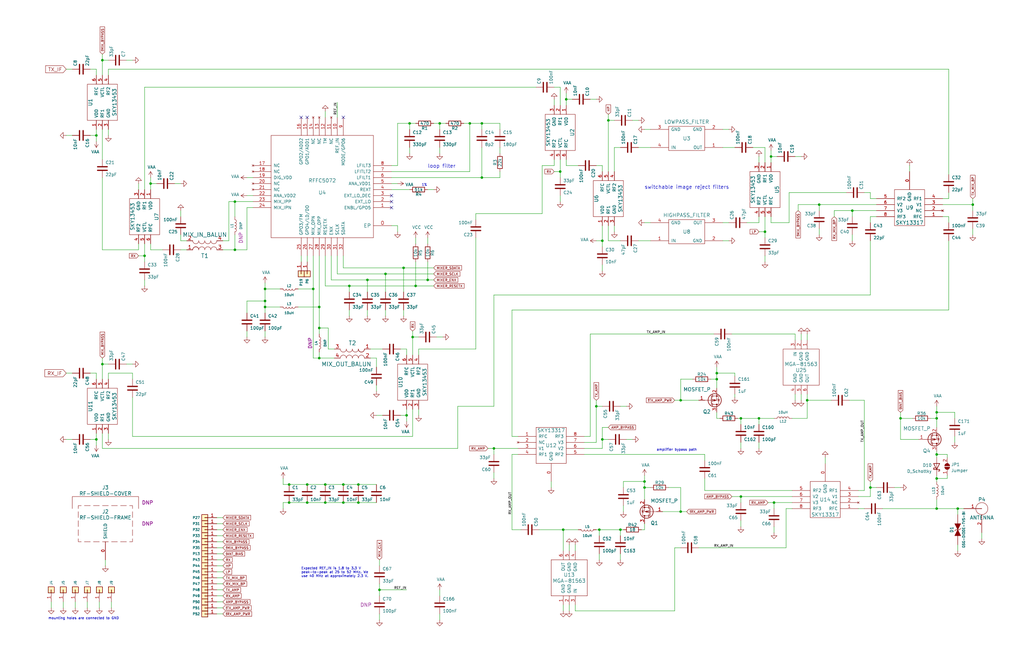
<source format=kicad_sch>
(kicad_sch (version 20211123) (generator eeschema)
  (paper "USLedger")
  (title_block (title "HackRF One") (date "2022-10-30") (rev "r9") (company "Copyright 2012-2022 Great Scott Gadgets") (comment 1 "Licensed under the CERN-OHL-P v2"))
  (junction (at 111.76 121.92))
  (junction (at 394.97 214.63))
  (junction (at 203.2 74.93))
  (junction (at 261.62 223.52))
  (junction (at 254 101.6))
  (junction (at 137.16 212.09))
  (junction (at 403.86 214.63))
  (junction (at 40.64 57.15))
  (junction (at 99.06 105.41))
  (junction (at 394.97 176.53))
  (junction (at 287.02 215.9))
  (junction (at 302.26 157.48))
  (junction (at 121.92 204.47))
  (junction (at 326.39 212.09))
  (junction (at 151.13 204.47))
  (junction (at 254 185.42))
  (junction (at 160.02 248.92))
  (junction (at 111.76 129.54))
  (junction (at 151.13 212.09))
  (junction (at 394.97 191.77))
  (junction (at 379.73 176.53))
  (junction (at 340.36 168.91))
  (junction (at 171.45 175.26))
  (junction (at 60.96 107.95))
  (junction (at 312.42 209.55))
  (junction (at 238.76 41.91))
  (junction (at 154.94 118.11))
  (junction (at 237.49 223.52))
  (junction (at 320.04 176.53))
  (junction (at 134.62 138.43))
  (junction (at 129.54 212.09))
  (junction (at 271.78 205.74))
  (junction (at 144.78 204.47))
  (junction (at 312.42 176.53))
  (junction (at 367.03 205.74))
  (junction (at 162.56 115.57))
  (junction (at 63.5 77.47))
  (junction (at 137.16 204.47))
  (junction (at 394.97 201.93))
  (junction (at 287.02 168.91))
  (junction (at 256.54 50.8))
  (junction (at 208.28 189.23))
  (junction (at 359.41 88.9))
  (junction (at 147.32 120.65))
  (junction (at 394.97 173.99))
  (junction (at 345.44 86.36))
  (junction (at 144.78 212.09))
  (junction (at 302.26 160.02))
  (junction (at 134.62 129.54))
  (junction (at 180.34 118.11))
  (junction (at 198.12 52.07))
  (junction (at 172.72 52.07))
  (junction (at 252.73 223.52))
  (junction (at 121.92 212.09))
  (junction (at 170.18 113.03))
  (junction (at 111.76 127))
  (junction (at 43.18 153.67))
  (junction (at 175.26 120.65))
  (junction (at 40.64 185.42))
  (junction (at 236.22 72.39))
  (junction (at 185.42 52.07))
  (junction (at 173.99 142.24))
  (junction (at 132.08 121.92))
  (junction (at 325.12 66.04))
  (junction (at 99.06 85.09))
  (junction (at 134.62 151.13))
  (junction (at 322.58 97.79))
  (junction (at 43.18 25.4))
  (junction (at 129.54 204.47))
  (junction (at 251.46 171.45))
  (junction (at 203.2 52.07))
  (junction (at 271.78 203.2))
  (junction (at 410.21 86.36))
  (no_connect (at 165.1 82.55))
  (no_connect (at 165.1 85.09))
  (no_connect (at 165.1 87.63))
  (no_connect (at 129.54 49.53))
  (no_connect (at 127 49.53))
  (no_connect (at 144.78 49.53))
  (wire (pts (xy 186.69 142.24) (xy 184.15 142.24)))
  (wire (pts (xy 129.54 204.47) (xy 137.16 204.47)))
  (wire (pts (xy 400.05 101.6) (xy 400.05 130.81)))
  (wire (pts (xy 139.7 118.11) (xy 154.94 118.11)))
  (wire (pts (xy 55.88 153.67) (xy 53.34 153.67)))
  (wire (pts (xy 173.99 142.24) (xy 173.99 149.86)))
  (wire (pts (xy 304.8 93.98) (xy 307.34 93.98)))
  (wire (pts (xy 27.94 57.15) (xy 30.48 57.15)))
  (wire (pts (xy 269.24 101.6) (xy 274.32 101.6)))
  (wire (pts (xy 383.54 69.85) (xy 383.54 72.39)))
  (wire (pts (xy 46.99 254) (xy 46.99 256.54)))
  (wire (pts (xy 312.42 212.09) (xy 312.42 209.55)))
  (wire (pts (xy 185.42 248.92) (xy 185.42 251.46)))
  (wire (pts (xy 394.97 173.99) (xy 394.97 176.53)))
  (wire (pts (xy 156.21 147.32) (xy 161.29 147.32)))
  (wire (pts (xy 331.47 214.63) (xy 334.01 214.63)))
  (wire (pts (xy 414.02 224.79) (xy 414.02 227.33)))
  (wire (pts (xy 367.03 91.44) (xy 369.57 91.44)))
  (wire (pts (xy 297.18 207.01) (xy 297.18 201.93)))
  (wire (pts (xy 111.76 121.92) (xy 111.76 127)))
  (wire (pts (xy 147.32 123.19) (xy 147.32 120.65)))
  (wire (pts (xy 312.42 176.53) (xy 320.04 176.53)))
  (wire (pts (xy 193.04 171.45) (xy 193.04 189.23)))
  (wire (pts (xy 91.44 231.14) (xy 93.98 231.14)))
  (wire (pts (xy 106.68 74.93) (xy 104.14 74.93)))
  (wire (pts (xy 400.05 130.81) (xy 215.9 130.81)))
  (wire (pts (xy 312.42 209.55) (xy 334.01 209.55)))
  (wire (pts (xy 322.58 68.58) (xy 322.58 62.23)))
  (wire (pts (xy 297.18 194.31) (xy 297.18 191.77)))
  (wire (pts (xy 147.32 133.35) (xy 147.32 130.81)))
  (wire (pts (xy 254 114.3) (xy 254 111.76)))
  (wire (pts (xy 237.49 223.52) (xy 243.84 223.52)))
  (wire (pts (xy 96.52 101.6) (xy 96.52 85.09)))
  (wire (pts (xy 60.96 107.95) (xy 60.96 110.49)))
  (wire (pts (xy 91.44 228.6) (xy 93.98 228.6)))
  (wire (pts (xy 261.62 101.6) (xy 256.54 101.6)))
  (wire (pts (xy 410.21 86.36) (xy 410.21 88.9)))
  (wire (pts (xy 154.94 133.35) (xy 154.94 130.81)))
  (wire (pts (xy 45.72 31.75) (xy 45.72 29.21)))
  (wire (pts (xy 185.42 54.61) (xy 185.42 52.07)))
  (wire (pts (xy 45.72 160.02) (xy 45.72 157.48)))
  (wire (pts (xy 121.92 212.09) (xy 129.54 212.09)))
  (wire (pts (xy 251.46 168.91) (xy 251.46 171.45)))
  (wire (pts (xy 262.89 203.2) (xy 262.89 205.74)))
  (wire (pts (xy 91.44 238.76) (xy 93.98 238.76)))
  (wire (pts (xy 176.53 149.86) (xy 176.53 147.32)))
  (wire (pts (xy 137.16 120.65) (xy 147.32 120.65)))
  (wire (pts (xy 326.39 212.09) (xy 334.01 212.09)))
  (wire (pts (xy 287.02 215.9) (xy 287.02 205.74)))
  (wire (pts (xy 302.26 160.02) (xy 299.72 160.02)))
  (wire (pts (xy 320.04 97.79) (xy 322.58 97.79)))
  (wire (pts (xy 176.53 147.32) (xy 200.66 147.32)))
  (wire (pts (xy 402.59 173.99) (xy 394.97 173.99)))
  (wire (pts (xy 175.26 100.33) (xy 175.26 102.87)))
  (wire (pts (xy 304.8 54.61) (xy 307.34 54.61)))
  (wire (pts (xy 331.47 231.14) (xy 331.47 214.63)))
  (wire (pts (xy 162.56 115.57) (xy 182.88 115.57)))
  (wire (pts (xy 172.72 64.77) (xy 172.72 62.23)))
  (wire (pts (xy 60.96 102.87) (xy 60.96 107.95)))
  (wire (pts (xy 158.75 175.26) (xy 161.29 175.26)))
  (wire (pts (xy 294.64 231.14) (xy 331.47 231.14)))
  (wire (pts (xy 104.14 127) (xy 104.14 132.08)))
  (wire (pts (xy 137.16 120.65) (xy 137.16 107.95)))
  (wire (pts (xy 359.41 101.6) (xy 359.41 99.06)))
  (wire (pts (xy 302.26 160.02) (xy 302.26 163.83)))
  (wire (pts (xy 340.36 176.53) (xy 334.01 176.53)))
  (wire (pts (xy 252.73 223.52) (xy 261.62 223.52)))
  (wire (pts (xy 334.01 207.01) (xy 297.18 207.01)))
  (wire (pts (xy 215.9 223.52) (xy 219.71 223.52)))
  (wire (pts (xy 144.78 212.09) (xy 151.13 212.09)))
  (wire (pts (xy 63.5 105.41) (xy 68.58 105.41)))
  (wire (pts (xy 287.02 160.02) (xy 287.02 168.91)))
  (wire (pts (xy 403.86 214.63) (xy 403.86 217.17)))
  (wire (pts (xy 173.99 184.15) (xy 55.88 184.15)))
  (wire (pts (xy 91.44 254) (xy 93.98 254)))
  (wire (pts (xy 171.45 175.26) (xy 171.45 177.8)))
  (wire (pts (xy 93.98 101.6) (xy 96.52 101.6)))
  (wire (pts (xy 138.43 138.43) (xy 134.62 138.43)))
  (wire (pts (xy 119.38 204.47) (xy 121.92 204.47)))
  (wire (pts (xy 91.44 246.38) (xy 93.98 246.38)))
  (wire (pts (xy 337.82 143.51) (xy 337.82 140.97)))
  (wire (pts (xy 251.46 223.52) (xy 252.73 223.52)))
  (wire (pts (xy 243.84 69.85) (xy 238.76 69.85)))
  (wire (pts (xy 63.5 74.93) (xy 63.5 77.47)))
  (wire (pts (xy 91.44 248.92) (xy 93.98 248.92)))
  (wire (pts (xy 55.88 25.4) (xy 53.34 25.4)))
  (wire (pts (xy 40.64 31.75) (xy 40.64 29.21)))
  (wire (pts (xy 262.89 215.9) (xy 262.89 213.36)))
  (wire (pts (xy 208.28 189.23) (xy 218.44 189.23)))
  (wire (pts (xy 45.72 25.4) (xy 43.18 25.4)))
  (wire (pts (xy 400.05 81.28) (xy 400.05 83.82)))
  (wire (pts (xy 58.42 107.95) (xy 60.96 107.95)))
  (wire (pts (xy 104.14 82.55) (xy 106.68 82.55)))
  (wire (pts (xy 160.02 238.76) (xy 160.02 236.22)))
  (wire (pts (xy 394.97 191.77) (xy 394.97 193.04)))
  (wire (pts (xy 364.49 207.01) (xy 361.95 207.01)))
  (wire (pts (xy 254 69.85) (xy 254 72.39)))
  (wire (pts (xy 142.24 115.57) (xy 162.56 115.57)))
  (wire (pts (xy 198.12 52.07) (xy 203.2 52.07)))
  (wire (pts (xy 162.56 133.35) (xy 162.56 130.81)))
  (wire (pts (xy 254 189.23) (xy 246.38 189.23)))
  (wire (pts (xy 40.64 57.15) (xy 40.64 59.69)))
  (wire (pts (xy 132.08 107.95) (xy 132.08 121.92)))
  (wire (pts (xy 40.64 29.21) (xy 38.1 29.21)))
  (wire (pts (xy 335.28 140.97) (xy 308.61 140.97)))
  (wire (pts (xy 394.97 200.66) (xy 394.97 201.93)))
  (wire (pts (xy 60.96 80.01) (xy 60.96 36.83)))
  (wire (pts (xy 144.78 204.47) (xy 151.13 204.47)))
  (wire (pts (xy 262.89 223.52) (xy 261.62 223.52)))
  (wire (pts (xy 91.44 241.3) (xy 93.98 241.3)))
  (wire (pts (xy 167.64 52.07) (xy 172.72 52.07)))
  (wire (pts (xy 307.34 101.6) (xy 304.8 101.6)))
  (wire (pts (xy 55.88 184.15) (xy 55.88 167.64)))
  (wire (pts (xy 137.16 204.47) (xy 144.78 204.47)))
  (wire (pts (xy 134.62 138.43) (xy 134.62 140.97)))
  (wire (pts (xy 21.59 254) (xy 21.59 256.54)))
  (wire (pts (xy 173.99 139.7) (xy 173.99 142.24)))
  (wire (pts (xy 195.58 52.07) (xy 198.12 52.07)))
  (wire (pts (xy 325.12 63.5) (xy 325.12 66.04)))
  (wire (pts (xy 144.78 113.03) (xy 170.18 113.03)))
  (wire (pts (xy 274.32 62.23) (xy 269.24 62.23)))
  (wire (pts (xy 125.73 121.92) (xy 132.08 121.92)))
  (wire (pts (xy 364.49 81.28) (xy 367.03 81.28)))
  (wire (pts (xy 147.32 120.65) (xy 175.26 120.65)))
  (wire (pts (xy 345.44 86.36) (xy 369.57 86.36)))
  (wire (pts (xy 91.44 233.68) (xy 93.98 233.68)))
  (wire (pts (xy 31.75 254) (xy 31.75 256.54)))
  (wire (pts (xy 91.44 243.84) (xy 93.98 243.84)))
  (wire (pts (xy 167.64 95.25) (xy 167.64 97.79)))
  (wire (pts (xy 203.2 52.07) (xy 210.82 52.07)))
  (wire (pts (xy 284.48 257.81) (xy 242.57 257.81)))
  (wire (pts (xy 91.44 259.08) (xy 93.98 259.08)))
  (wire (pts (xy 180.34 118.11) (xy 180.34 110.49)))
  (wire (pts (xy 351.79 91.44) (xy 351.79 88.9)))
  (wire (pts (xy 210.82 64.77) (xy 210.82 62.23)))
  (wire (pts (xy 246.38 184.15) (xy 248.92 184.15)))
  (wire (pts (xy 111.76 121.92) (xy 118.11 121.92)))
  (wire (pts (xy 99.06 85.09) (xy 106.68 85.09)))
  (wire (pts (xy 132.08 121.92) (xy 132.08 151.13)))
  (wire (pts (xy 379.73 176.53) (xy 379.73 185.42)))
  (wire (pts (xy 322.58 110.49) (xy 322.58 107.95)))
  (wire (pts (xy 111.76 127) (xy 111.76 129.54)))
  (wire (pts (xy 134.62 107.95) (xy 134.62 129.54)))
  (wire (pts (xy 205.74 189.23) (xy 208.28 189.23)))
  (wire (pts (xy 326.39 214.63) (xy 326.39 212.09)))
  (wire (pts (xy 326.39 224.79) (xy 326.39 222.25)))
  (wire (pts (xy 104.14 87.63) (xy 104.14 105.41)))
  (wire (pts (xy 91.44 256.54) (xy 93.98 256.54)))
  (wire (pts (xy 158.75 154.94) (xy 158.75 151.13)))
  (wire (pts (xy 261.62 223.52) (xy 261.62 226.06)))
  (wire (pts (xy 252.73 226.06) (xy 252.73 223.52)))
  (wire (pts (xy 254 101.6) (xy 254 104.14)))
  (wire (pts (xy 233.68 72.39) (xy 236.22 72.39)))
  (wire (pts (xy 254 180.34) (xy 254 185.42)))
  (wire (pts (xy 309.88 158.75) (xy 309.88 157.48)))
  (wire (pts (xy 193.04 189.23) (xy 43.18 189.23)))
  (wire (pts (xy 248.92 140.97) (xy 248.92 184.15)))
  (wire (pts (xy 160.02 248.92) (xy 160.02 251.46)))
  (wire (pts (xy 91.44 236.22) (xy 93.98 236.22)))
  (wire (pts (xy 119.38 204.47) (xy 119.38 201.93)))
  (wire (pts (xy 218.44 184.15) (xy 215.9 184.15)))
  (wire (pts (xy 63.5 102.87) (xy 63.5 105.41)))
  (wire (pts (xy 284.48 168.91) (xy 287.02 168.91)))
  (wire (pts (xy 237.49 232.41) (xy 237.49 223.52)))
  (wire (pts (xy 320.04 176.53) (xy 326.39 176.53)))
  (wire (pts (xy 402.59 186.69) (xy 402.59 184.15)))
  (wire (pts (xy 44.45 236.22) (xy 44.45 238.76)))
  (wire (pts (xy 172.72 80.01) (xy 165.1 80.01)))
  (wire (pts (xy 121.92 204.47) (xy 129.54 204.47)))
  (wire (pts (xy 118.11 129.54) (xy 111.76 129.54)))
  (wire (pts (xy 400.05 29.21) (xy 400.05 73.66)))
  (wire (pts (xy 314.96 93.98) (xy 320.04 93.98)))
  (wire (pts (xy 91.44 220.98) (xy 93.98 220.98)))
  (wire (pts (xy 76.2 77.47) (xy 73.66 77.47)))
  (wire (pts (xy 185.42 259.08) (xy 185.42 261.62)))
  (wire (pts (xy 284.48 257.81) (xy 284.48 231.14)))
  (wire (pts (xy 367.03 203.2) (xy 367.03 205.74)))
  (wire (pts (xy 27.94 29.21) (xy 30.48 29.21)))
  (wire (pts (xy 397.51 91.44) (xy 400.05 91.44)))
  (wire (pts (xy 208.28 171.45) (xy 208.28 124.46)))
  (wire (pts (xy 320.04 189.23) (xy 320.04 186.69)))
  (wire (pts (xy 160.02 246.38) (xy 160.02 248.92)))
  (wire (pts (xy 335.28 143.51) (xy 335.28 140.97)))
  (wire (pts (xy 175.26 120.65) (xy 175.26 110.49)))
  (wire (pts (xy 55.88 157.48) (xy 55.88 160.02)))
  (wire (pts (xy 111.76 129.54) (xy 111.76 132.08)))
  (wire (pts (xy 58.42 105.41) (xy 43.18 105.41)))
  (wire (pts (xy 43.18 151.13) (xy 43.18 153.67)))
  (wire (pts (xy 227.33 223.52) (xy 237.49 223.52)))
  (wire (pts (xy 27.94 157.48) (xy 30.48 157.48)))
  (wire (pts (xy 256.54 185.42) (xy 254 185.42)))
  (wire (pts (xy 111.76 119.38) (xy 111.76 121.92)))
  (wire (pts (xy 237.49 257.81) (xy 237.49 255.27)))
  (wire (pts (xy 251.46 69.85) (xy 254 69.85)))
  (wire (pts (xy 137.16 46.99) (xy 137.16 49.53)))
  (wire (pts (xy 26.67 254) (xy 26.67 256.54)))
  (wire (pts (xy 170.18 133.35) (xy 170.18 130.81)))
  (wire (pts (xy 320.04 66.04) (xy 320.04 68.58)))
  (wire (pts (xy 251.46 186.69) (xy 246.38 186.69)))
  (wire (pts (xy 271.78 223.52) (xy 271.78 220.98)))
  (wire (pts (xy 302.26 157.48) (xy 302.26 160.02)))
  (wire (pts (xy 99.06 91.44) (xy 99.06 85.09)))
  (wire (pts (xy 240.03 229.87) (xy 240.03 232.41)))
  (wire (pts (xy 165.1 72.39) (xy 198.12 72.39)))
  (wire (pts (xy 367.03 83.82) (xy 369.57 83.82)))
  (wire (pts (xy 345.44 99.06) (xy 345.44 96.52)))
  (wire (pts (xy 400.05 91.44) (xy 400.05 93.98)))
  (wire (pts (xy 351.79 88.9) (xy 359.41 88.9)))
  (wire (pts (xy 261.62 236.22) (xy 261.62 233.68)))
  (wire (pts (xy 91.44 223.52) (xy 93.98 223.52)))
  (wire (pts (xy 332.74 81.28) (xy 356.87 81.28)))
  (wire (pts (xy 125.73 129.54) (xy 134.62 129.54)))
  (wire (pts (xy 63.5 77.47) (xy 63.5 80.01)))
  (wire (pts (xy 358.14 168.91) (xy 364.49 168.91)))
  (wire (pts (xy 200.66 147.32) (xy 200.66 100.33)))
  (wire (pts (xy 167.64 77.47) (xy 165.1 77.47)))
  (wire (pts (xy 208.28 191.77) (xy 208.28 189.23)))
  (wire (pts (xy 359.41 88.9) (xy 369.57 88.9)))
  (wire (pts (xy 240.03 257.81) (xy 240.03 255.27)))
  (wire (pts (xy 369.57 205.74) (xy 367.03 205.74)))
  (wire (pts (xy 154.94 123.19) (xy 154.94 118.11)))
  (wire (pts (xy 271.78 205.74) (xy 271.78 210.82)))
  (wire (pts (xy 176.53 175.26) (xy 176.53 172.72)))
  (wire (pts (xy 40.64 182.88) (xy 40.64 185.42)))
  (wire (pts (xy 168.91 175.26) (xy 171.45 175.26)))
  (wire (pts (xy 160.02 248.92) (xy 171.45 248.92)))
  (wire (pts (xy 403.86 214.63) (xy 406.4 214.63)))
  (wire (pts (xy 165.1 74.93) (xy 203.2 74.93)))
  (wire (pts (xy 312.42 176.53) (xy 312.42 179.07)))
  (wire (pts (xy 264.16 171.45) (xy 261.62 171.45)))
  (wire (pts (xy 312.42 189.23) (xy 312.42 186.69)))
  (wire (pts (xy 236.22 44.45) (xy 236.22 36.83)))
  (wire (pts (xy 335.28 166.37) (xy 335.28 168.91)))
  (wire (pts (xy 38.1 57.15) (xy 40.64 57.15)))
  (wire (pts (xy 394.97 191.77) (xy 399.415 191.77)))
  (wire (pts (xy 171.45 147.32) (xy 171.45 149.86)))
  (wire (pts (xy 104.14 142.24) (xy 104.14 139.7)))
  (wire (pts (xy 259.08 50.8) (xy 256.54 50.8)))
  (wire (pts (xy 36.83 254) (xy 36.83 256.54)))
  (wire (pts (xy 43.18 25.4) (xy 43.18 31.75)))
  (wire (pts (xy 45.72 182.88) (xy 45.72 185.42)))
  (wire (pts (xy 43.18 189.23) (xy 43.18 182.88)))
  (wire (pts (xy 228.6 90.17) (xy 228.6 69.85)))
  (wire (pts (xy 76.2 105.41) (xy 78.74 105.41)))
  (wire (pts (xy 271.78 203.2) (xy 271.78 205.74)))
  (wire (pts (xy 170.18 123.19) (xy 170.18 113.03)))
  (wire (pts (xy 165.1 95.25) (xy 167.64 95.25)))
  (wire (pts (xy 402.59 176.53) (xy 402.59 173.99)))
  (wire (pts (xy 309.88 167.64) (xy 309.88 166.37)))
  (wire (pts (xy 394.97 171.45) (xy 394.97 173.99)))
  (wire (pts (xy 410.21 83.82) (xy 410.21 86.36)))
  (wire (pts (xy 119.38 212.09) (xy 121.92 212.09)))
  (wire (pts (xy 397.51 86.36) (xy 410.21 86.36)))
  (wire (pts (xy 367.03 124.46) (xy 367.03 101.6)))
  (wire (pts (xy 361.95 214.63) (xy 364.49 214.63)))
  (wire (pts (xy 119.38 212.09) (xy 119.38 214.63)))
  (wire (pts (xy 139.7 118.11) (xy 139.7 107.95)))
  (wire (pts (xy 236.22 67.31) (xy 236.22 72.39)))
  (wire (pts (xy 367.03 81.28) (xy 367.03 83.82)))
  (wire (pts (xy 302.26 173.99) (xy 302.26 176.53)))
  (wire (pts (xy 91.44 226.06) (xy 93.98 226.06)))
  (wire (pts (xy 320.04 93.98) (xy 320.04 91.44)))
  (wire (pts (xy 336.55 88.9) (xy 336.55 86.36)))
  (wire (pts (xy 203.2 52.07) (xy 203.2 54.61)))
  (wire (pts (xy 287.02 215.9) (xy 289.56 215.9)))
  (wire (pts (xy 312.42 222.25) (xy 312.42 219.71)))
  (wire (pts (xy 350.52 168.91) (xy 340.36 168.91)))
  (wire (pts (xy 266.7 185.42) (xy 264.16 185.42)))
  (wire (pts (xy 228.6 69.85) (xy 233.68 69.85)))
  (wire (pts (xy 60.96 120.65) (xy 60.96 118.11)))
  (wire (pts (xy 91.44 251.46) (xy 93.98 251.46)))
  (wire (pts (xy 198.12 72.39) (xy 198.12 52.07)))
  (wire (pts (xy 345.44 88.9) (xy 345.44 86.36)))
  (wire (pts (xy 236.22 72.39) (xy 236.22 74.93)))
  (wire (pts (xy 236.22 85.09) (xy 236.22 82.55)))
  (wire (pts (xy 359.41 91.44) (xy 359.41 88.9)))
  (wire (pts (xy 332.74 93.98) (xy 325.12 93.98)))
  (wire (pts (xy 297.18 191.77) (xy 246.38 191.77)))
  (wire (pts (xy 154.94 118.11) (xy 180.34 118.11)))
  (wire (pts (xy 41.91 254) (xy 41.91 256.54)))
  (wire (pts (xy 200.66 90.17) (xy 228.6 90.17)))
  (wire (pts (xy 78.74 101.6) (xy 76.2 101.6)))
  (wire (pts (xy 302.26 176.53) (xy 303.53 176.53)))
  (wire (pts (xy 367.03 209.55) (xy 361.95 209.55)))
  (wire (pts (xy 394.97 176.53) (xy 392.43 176.53)))
  (wire (pts (xy 200.66 92.71) (xy 200.66 90.17)))
  (wire (pts (xy 367.03 93.98) (xy 367.03 91.44)))
  (wire (pts (xy 176.53 142.24) (xy 173.99 142.24)))
  (wire (pts (xy 379.73 185.42) (xy 387.35 185.42)))
  (wire (pts (xy 233.68 69.85) (xy 233.68 67.31)))
  (wire (pts (xy 60.96 36.83) (xy 226.06 36.83)))
  (wire (pts (xy 322.58 97.79) (xy 322.58 100.33)))
  (wire (pts (xy 215.9 130.81) (xy 215.9 184.15)))
  (wire (pts (xy 287.02 205.74) (xy 281.94 205.74)))
  (wire (pts (xy 134.62 148.59) (xy 134.62 151.13)))
  (wire (pts (xy 340.36 166.37) (xy 340.36 168.91)))
  (wire (pts (xy 322.58 62.23) (xy 317.5 62.23)))
  (wire (pts (xy 292.1 160.02) (xy 287.02 160.02)))
  (wire (pts (xy 134.62 129.54) (xy 134.62 138.43)))
  (wire (pts (xy 43.18 67.31) (xy 43.18 54.61)))
  (wire (pts (xy 172.72 52.07) (xy 175.26 52.07)))
  (wire (pts (xy 271.78 200.66) (xy 271.78 203.2)))
  (wire (pts (xy 287.02 168.91) (xy 294.64 168.91)))
  (wire (pts (xy 394.97 190.5) (xy 394.97 191.77)))
  (wire (pts (xy 58.42 77.47) (xy 58.42 80.01)))
  (wire (pts (xy 242.57 257.81) (xy 242.57 255.27)))
  (wire (pts (xy 170.18 113.03) (xy 182.88 113.03)))
  (wire (pts (xy 185.42 64.77) (xy 185.42 62.23)))
  (wire (pts (xy 323.85 212.09) (xy 326.39 212.09)))
  (wire (pts (xy 38.1 185.42) (xy 40.64 185.42)))
  (wire (pts (xy 182.88 52.07) (xy 185.42 52.07)))
  (wire (pts (xy 269.24 50.8) (xy 266.7 50.8)))
  (wire (pts (xy 308.61 209.55) (xy 312.42 209.55)))
  (wire (pts (xy 66.04 77.47) (xy 63.5 77.47)))
  (wire (pts (xy 394.97 214.63) (xy 403.86 214.63)))
  (wire (pts (xy 185.42 52.07) (xy 187.96 52.07)))
  (wire (pts (xy 208.28 201.93) (xy 208.28 199.39)))
  (wire (pts (xy 394.97 176.53) (xy 394.97 180.34)))
  (wire (pts (xy 218.44 191.77) (xy 215.9 191.77)))
  (wire (pts (xy 40.64 185.42) (xy 40.64 187.96)))
  (wire (pts (xy 175.26 120.65) (xy 182.88 120.65)))
  (wire (pts (xy 208.28 124.46) (xy 367.03 124.46)))
  (wire (pts (xy 162.56 123.19) (xy 162.56 115.57)))
  (wire (pts (xy 320.04 179.07) (xy 320.04 176.53)))
  (wire (pts (xy 127 107.95) (xy 127 110.49)))
  (wire (pts (xy 38.1 157.48) (xy 40.64 157.48)))
  (wire (pts (xy 340.36 168.91) (xy 340.36 176.53)))
  (wire (pts (xy 138.43 147.32) (xy 140.97 147.32)))
  (wire (pts (xy 364.49 168.91) (xy 364.49 207.01)))
  (wire (pts (xy 76.2 101.6) (xy 76.2 99.06)))
  (wire (pts (xy 106.68 87.63) (xy 104.14 87.63)))
  (wire (pts (xy 379.73 173.99) (xy 379.73 176.53)))
  (wire (pts (xy 302.26 154.94) (xy 302.26 157.48)))
  (wire (pts (xy 399.415 201.93) (xy 399.415 200.66)))
  (wire (pts (xy 129.54 110.49) (xy 129.54 107.95)))
  (wire (pts (xy 394.97 201.93) (xy 394.97 203.2)))
  (wire (pts (xy 137.16 212.09) (xy 144.78 212.09)))
  (wire (pts (xy 91.44 218.44) (xy 93.98 218.44)))
  (wire (pts (xy 256.54 50.8) (xy 256.54 72.39)))
  (wire (pts (xy 271.78 54.61) (xy 274.32 54.61)))
  (wire (pts (xy 215.9 191.77) (xy 215.9 223.52)))
  (wire (pts (xy 312.42 176.53) (xy 311.15 176.53)))
  (wire (pts (xy 134.62 151.13) (xy 140.97 151.13)))
  (wire (pts (xy 43.18 22.86) (xy 43.18 25.4)))
  (wire (pts (xy 27.94 185.42) (xy 30.48 185.42)))
  (wire (pts (xy 337.82 66.04) (xy 335.28 66.04)))
  (wire (pts (xy 279.4 215.9) (xy 287.02 215.9)))
  (wire (pts (xy 203.2 74.93) (xy 210.82 74.93)))
  (wire (pts (xy 309.88 157.48) (xy 302.26 157.48)))
  (wire (pts (xy 76.2 88.9) (xy 76.2 91.44)))
  (wire (pts (xy 251.46 171.45) (xy 251.46 186.69)))
  (wire (pts (xy 259.08 97.79) (xy 259.08 95.25)))
  (wire (pts (xy 43.18 74.93) (xy 43.18 105.41)))
  (wire (pts (xy 325.12 66.04) (xy 325.12 68.58)))
  (wire (pts (xy 142.24 43.18) (xy 142.24 49.53)))
  (wire (pts (xy 158.75 165.1) (xy 158.75 162.56)))
  (wire (pts (xy 236.22 36.83) (xy 233.68 36.83)))
  (wire (pts (xy 394.97 210.82) (xy 394.97 214.63)))
  (wire (pts (xy 180.34 118.11) (xy 182.88 118.11)))
  (wire (pts (xy 394.97 201.93) (xy 399.415 201.93)))
  (wire (pts (xy 340.36 140.97) (xy 340.36 143.51)))
  (wire (pts (xy 384.81 176.53) (xy 379.73 176.53)))
  (wire (pts (xy 337.82 168.91) (xy 337.82 166.37)))
  (wire (pts (xy 158.75 151.13) (xy 156.21 151.13)))
  (wire (pts (xy 327.66 66.04) (xy 325.12 66.04)))
  (wire (pts (xy 332.74 93.98) (xy 332.74 81.28)))
  (wire (pts (xy 271.78 93.98) (xy 274.32 93.98)))
  (wire (pts (xy 111.76 142.24) (xy 111.76 139.7)))
  (wire (pts (xy 167.64 69.85) (xy 167.64 52.07)))
  (wire (pts (xy 254 95.25) (xy 254 101.6)))
  (wire (pts (xy 45.72 157.48) (xy 55.88 157.48)))
  (wire (pts (xy 142.24 115.57) (xy 142.24 107.95)))
  (wire (pts (xy 251.46 41.91) (xy 248.92 41.91)))
  (wire (pts (xy 182.88 80.01) (xy 180.34 80.01)))
  (wire (pts (xy 132.08 151.13) (xy 134.62 151.13)))
  (wire (pts (xy 400.05 83.82) (xy 397.51 83.82)))
  (wire (pts (xy 171.45 172.72) (xy 171.45 175.26)))
  (wire (pts (xy 58.42 102.87) (xy 58.42 105.41)))
  (wire (pts (xy 367.03 205.74) (xy 367.03 209.55)))
  (wire (pts (xy 45.72 153.67) (xy 43.18 153.67)))
  (wire (pts (xy 262.89 203.2) (xy 271.78 203.2)))
  (wire (pts (xy 322.58 91.44) (xy 322.58 97.79)))
  (wire (pts (xy 99.06 105.41) (xy 93.98 105.41)))
  (wire (pts (xy 233.68 41.91) (xy 233.68 44.45)))
  (wire (pts (xy 252.73 236.22) (xy 252.73 233.68)))
  (wire (pts (xy 238.76 41.91) (xy 238.76 44.45)))
  (wire (pts (xy 99.06 99.06) (xy 99.06 105.41)))
  (wire (pts (xy 261.62 62.23) (xy 259.08 62.23)))
  (wire (pts (xy 256.54 101.6) (xy 256.54 95.25)))
  (wire (pts (xy 251.46 101.6) (xy 254 101.6)))
  (wire (pts (xy 347.98 193.04) (xy 347.98 195.58)))
  (wire (pts (xy 172.72 54.61) (xy 172.72 52.07)))
  (wire (pts (xy 379.73 205.74) (xy 377.19 205.74)))
  (wire (pts (xy 40.64 157.48) (xy 40.64 160.02)))
  (wire (pts (xy 210.82 52.07) (xy 210.82 54.61)))
  (wire (pts (xy 168.91 147.32) (xy 171.45 147.32)))
  (wire (pts (xy 284.48 231.14) (xy 287.02 231.14)))
  (wire (pts (xy 173.99 172.72) (xy 173.99 184.15)))
  (wire (pts (xy 259.08 62.23) (xy 259.08 72.39)))
  (wire (pts (xy 270.51 223.52) (xy 271.78 223.52)))
  (wire (pts (xy 144.78 113.03) (xy 144.78 107.95)))
  (wire (pts (xy 403.86 232.41) (xy 403.86 229.87)))
  (wire (pts (xy 203.2 62.23) (xy 203.2 74.93)))
  (wire (pts (xy 45.72 29.21) (xy 400.05 29.21)))
  (wire (pts (xy 372.11 214.63) (xy 394.97 214.63)))
  (wire (pts (xy 300.99 140.97) (xy 248.92 140.97)))
  (wire (pts (xy 254 171.45) (xy 251.46 171.45)))
  (wire (pts (xy 208.28 171.45) (xy 193.04 171.45)))
  (wire (pts (xy 151.13 212.09) (xy 158.75 212.09)))
  (wire (pts (xy 325.12 93.98) (xy 325.12 91.44)))
  (wire (pts (xy 309.88 62.23) (xy 304.8 62.23)))
  (wire (pts (xy 242.57 229.87) (xy 242.57 232.41)))
  (wire (pts (xy 238.76 69.85) (xy 238.76 67.31)))
  (wire (pts (xy 151.13 204.47) (xy 158.75 204.47)))
  (wire (pts (xy 410.21 99.06) (xy 410.21 96.52)))
  (wire (pts (xy 271.78 205.74) (xy 274.32 205.74)))
  (wire (pts (xy 238.76 39.37) (xy 238.76 41.91)))
  (wire (pts (xy 256.54 180.34) (xy 254 180.34)))
  (wire (pts (xy 40.64 54.61) (xy 40.64 57.15)))
  (wire (pts (xy 43.18 153.67) (xy 43.18 160.02)))
  (wire (pts (xy 210.82 74.93) (xy 210.82 72.39)))
  (wire (pts (xy 45.72 57.15) (xy 45.72 54.61)))
  (wire (pts (xy 160.02 261.62) (xy 160.02 259.08)))
  (wire (pts (xy 336.55 86.36) (xy 345.44 86.36)))
  (wire (pts (xy 96.52 85.09) (xy 99.06 85.09)))
  (wire (pts (xy 165.1 69.85) (xy 167.64 69.85)))
  (wire (pts (xy 129.54 212.09) (xy 137.16 212.09)))
  (wire (pts (xy 138.43 147.32) (xy 138.43 138.43)))
  (wire (pts (xy 180.34 100.33) (xy 180.34 102.87)))
  (wire (pts (xy 254 185.42) (xy 254 189.23)))
  (wire (pts (xy 241.3 41.91) (xy 238.76 41.91)))
  (wire (pts (xy 104.14 105.41) (xy 99.06 105.41)))
  (wire (pts (xy 111.76 127) (xy 104.14 127)))
  (wire (pts (xy 256.54 48.26) (xy 256.54 50.8)))
  (wire (pts (xy 399.415 191.77) (xy 399.415 193.04)))
  (wire (pts (xy 232.41 205.74) (xy 232.41 203.2)))
  (text "mounting holes are connected to GND" (at 20.32 261.62 0) (effects (font (size 1.016 1.016)) (justify left bottom)))
  (text "Expected REF_IN is 1.8 to 3.3 V\npeak-to-peak at 25 to 52 MHz. We\nuse 40 MHz at approximately 2.3 V." (at 127 243.84 0) (effects (font (size 1.016 1.016)) (justify left bottom)))
  (text "switchable image reject filters" (at 271.78 80.01 0) (effects (font (size 1.524 1.524)) (justify left bottom)))
  (text "1%" (at 177.8 78.74 0) (effects (font (size 1.016 1.016)) (justify left bottom)))
  (text "amplifier bypass path" (at 276.86 190.5 0) (effects (font (size 1.016 1.016)) (justify left bottom)))
  (text "loop filter" (at 180.34 71.12 0) (effects (font (size 1.524 1.524)) (justify left bottom)))
  (label "TX_AMP_OUT" (at 364.49 186.69 90) (effects (font (size 1.016 1.016))))
  (label "REF_IN" (at 171.45 248.92 180) (effects (font (size 1.016 1.016))))
  (label "TX_AMP_IN" (at 280.67 140.97 180) (effects (font (size 1.016 1.016))))
  (label "REF_IN" (at 142.24 43.18 270) (effects (font (size 1.016 1.016))))
  (label "RX_AMP_OUT" (at 215.9 217.17 90) (effects (font (size 1.016 1.016))))
  (label "RX_AMP_IN" (at 300.99 231.14 0) (effects (font (size 1.016 1.016))))
  (global_label "RX_AMP" (shape input) (at 93.98 251.46 0) (effects (font (size 1.016 1.016))) (property "Intersheet References" "${INTERSHEET_REFS}" (effects hide)))
  (global_label "TX_MIX_BP" (shape input) (at 93.98 243.84 0) (effects (font (size 1.016 1.016))) (property "Intersheet References" "${INTERSHEET_REFS}" (effects hide)))
  (global_label "!TX_AMP_PWR" (shape input) (at 284.48 168.91 180) (effects (font (size 1.016 1.016))) (property "Intersheet References" "${INTERSHEET_REFS}" (effects hide)))
  (global_label "AMP_BYPASS" (shape input) (at 93.98 254 0) (effects (font (size 1.016 1.016))) (property "Intersheet References" "${INTERSHEET_REFS}" (effects hide)))
  (global_label "RX" (shape input) (at 93.98 236.22 0) (effects (font (size 1.016 1.016))) (property "Intersheet References" "${INTERSHEET_REFS}" (effects hide)))
  (global_label "MIXER_SCLK" (shape input) (at 182.88 115.57 0) (effects (font (size 1.016 1.016))) (property "Intersheet References" "${INTERSHEET_REFS}" (effects hide)))
  (global_label "HP" (shape input) (at 93.98 238.76 0) (effects (font (size 1.016 1.016))) (property "Intersheet References" "${INTERSHEET_REFS}" (effects hide)))
  (global_label "RX" (shape input) (at 233.68 72.39 180) (effects (font (size 1.016 1.016))) (property "Intersheet References" "${INTERSHEET_REFS}" (effects hide)))
  (global_label "HP" (shape input) (at 256.54 48.26 90) (effects (font (size 1.016 1.016))) (property "Intersheet References" "${INTERSHEET_REFS}" (effects hide)))
  (global_label "RX_MIX_BP" (shape input) (at 351.79 91.44 270) (effects (font (size 1.016 1.016))) (property "Intersheet References" "${INTERSHEET_REFS}" (effects hide)))
  (global_label "LP" (shape input) (at 320.04 97.79 180) (effects (font (size 1.016 1.016))) (property "Intersheet References" "${INTERSHEET_REFS}" (effects hide)))
  (global_label "!ANT_BIAS" (shape input) (at 93.98 233.68 0) (effects (font (size 1.016 1.016))) (property "Intersheet References" "${INTERSHEET_REFS}" (effects hide)))
  (global_label "TX_IF" (shape input) (at 27.94 29.21 180) (effects (font (size 1.524 1.524))) (property "Intersheet References" "${INTERSHEET_REFS}" (effects hide)))
  (global_label "MIXER_RESETX" (shape input) (at 182.88 120.65 0) (effects (font (size 1.016 1.016))) (property "Intersheet References" "${INTERSHEET_REFS}" (effects hide)))
  (global_label "MIXER_SCLK" (shape input) (at 93.98 220.98 0) (effects (font (size 1.016 1.016))) (property "Intersheet References" "${INTERSHEET_REFS}" (effects hide)))
  (global_label "!MIX_BYPASS" (shape input) (at 336.55 88.9 270) (effects (font (size 1.016 1.016))) (property "Intersheet References" "${INTERSHEET_REFS}" (effects hide)))
  (global_label "AMP_BYPASS" (shape input) (at 256.54 180.34 0) (effects (font (size 1.016 1.016))) (property "Intersheet References" "${INTERSHEET_REFS}" (effects hide)))
  (global_label "MIX_BYPASS" (shape input) (at 93.98 228.6 0) (effects (font (size 1.016 1.016))) (property "Intersheet References" "${INTERSHEET_REFS}" (effects hide)))
  (global_label "RX_AMP" (shape input) (at 205.74 189.23 180) (effects (font (size 1.016 1.016))) (property "Intersheet References" "${INTERSHEET_REFS}" (effects hide)))
  (global_label "RX" (shape input) (at 58.42 107.95 180) (effects (font (size 1.016 1.016))) (property "Intersheet References" "${INTERSHEET_REFS}" (effects hide)))
  (global_label "!RX_AMP_PWR" (shape input) (at 93.98 259.08 0) (effects (font (size 1.016 1.016))) (property "Intersheet References" "${INTERSHEET_REFS}" (effects hide)))
  (global_label "!TX_AMP_PWR" (shape input) (at 93.98 256.54 0) (effects (font (size 1.016 1.016))) (property "Intersheet References" "${INTERSHEET_REFS}" (effects hide)))
  (global_label "MIX_CLK" (shape input) (at 160.02 236.22 90) (effects (font (size 1.016 1.016))) (property "Intersheet References" "${INTERSHEET_REFS}" (effects hide)))
  (global_label "RX_IF" (shape input) (at 27.94 157.48 180) (effects (font (size 1.524 1.524))) (property "Intersheet References" "${INTERSHEET_REFS}" (effects hide)))
  (global_label "TX_AMP" (shape input) (at 251.46 168.91 90) (effects (font (size 1.016 1.016))) (property "Intersheet References" "${INTERSHEET_REFS}" (effects hide)))
  (global_label "MIXER_ENX" (shape input) (at 93.98 223.52 0) (effects (font (size 1.016 1.016))) (property "Intersheet References" "${INTERSHEET_REFS}" (effects hide)))
  (global_label "MIXER_RESETX" (shape input) (at 93.98 226.06 0) (effects (font (size 1.016 1.016))) (property "Intersheet References" "${INTERSHEET_REFS}" (effects hide)))
  (global_label "LP" (shape input) (at 93.98 241.3 0) (effects (font (size 1.016 1.016))) (property "Intersheet References" "${INTERSHEET_REFS}" (effects hide)))
  (global_label "AMP_BYPASS" (shape input) (at 308.61 209.55 180) (effects (font (size 1.016 1.016))) (property "Intersheet References" "${INTERSHEET_REFS}" (effects hide)))
  (global_label "MIX_BYPASS" (shape input) (at 43.18 151.13 90) (effects (font (size 1.016 1.016))) (property "Intersheet References" "${INTERSHEET_REFS}" (effects hide)))
  (global_label "MIXER_SDATA" (shape input) (at 182.88 113.03 0) (effects (font (size 1.016 1.016))) (property "Intersheet References" "${INTERSHEET_REFS}" (effects hide)))
  (global_label "TX_AMP" (shape input) (at 93.98 248.92 0) (effects (font (size 1.016 1.016))) (property "Intersheet References" "${INTERSHEET_REFS}" (effects hide)))
  (global_label "MIXER_SDATA" (shape input) (at 93.98 218.44 0) (effects (font (size 1.016 1.016))) (property "Intersheet References" "${INTERSHEET_REFS}" (effects hide)))
  (global_label "TX_AMP" (shape input) (at 367.03 203.2 90) (effects (font (size 1.016 1.016))) (property "Intersheet References" "${INTERSHEET_REFS}" (effects hide)))
  (global_label "!ANT_BIAS" (shape input) (at 379.73 173.99 90) (effects (font (size 1.016 1.016))) (property "Intersheet References" "${INTERSHEET_REFS}" (effects hide)))
  (global_label "!MIX_BYPASS" (shape input) (at 43.18 22.86 90) (effects (font (size 1.016 1.016))) (property "Intersheet References" "${INTERSHEET_REFS}" (effects hide)))
  (global_label "!MIX_BYPASS" (shape input) (at 93.98 231.14 0) (effects (font (size 1.016 1.016))) (property "Intersheet References" "${INTERSHEET_REFS}" (effects hide)))
  (global_label "!RX_AMP_PWR" (shape input) (at 289.56 215.9 0) (effects (font (size 1.016 1.016))) (property "Intersheet References" "${INTERSHEET_REFS}" (effects hide)))
  (global_label "TX_MIX_BP" (shape input) (at 410.21 83.82 90) (effects (font (size 1.016 1.016))) (property "Intersheet References" "${INTERSHEET_REFS}" (effects hide)))
  (global_label "RX_MIX_BP" (shape input) (at 93.98 246.38 0) (effects (font (size 1.016 1.016))) (property "Intersheet References" "${INTERSHEET_REFS}" (effects hide)))
  (global_label "RX" (shape input) (at 173.99 139.7 90) (effects (font (size 1.016 1.016))) (property "Intersheet References" "${INTERSHEET_REFS}" (effects hide)))
  (global_label "MIXER_ENX" (shape input) (at 182.88 118.11 0) (effects (font (size 1.016 1.016))) (property "Intersheet References" "${INTERSHEET_REFS}" (effects hide)))
  (global_label "RX_AMP" (shape input) (at 323.85 212.09 180) (effects (font (size 1.016 1.016))) (property "Intersheet References" "${INTERSHEET_REFS}" (effects hide)))
  (symbol (lib_id "hackrf:GSG-RF-CONN") (at 414.02 214.63 0) (mirror y) (unit 1)
    (property "Reference" "P4" (at 414.02 210.82 0) (effects (font (size 1.524 1.524))))
    (property "Value" "ANTENNA" (at 414.02 218.44 0) (effects (font (size 1.524 1.524))))
    (property "Footprint" "hackrf:GSG-SMA-73251-2120" (effects hide))
    (property "Manufacturer" "Molex" (effects hide))
    (property "Part Number" "73251-2121" (effects hide))
    (property "Description" "CONN SMA JACK 50 OHM EDGE MNT W/JAM NUT & LOCK WASHER" (effects hide))
  )
  (symbol (lib_id "hackrf:FIL-DEA") (at 289.56 97.79 0) (unit 1)
    (property "Reference" "U8" (at 289.56 97.79 0) (effects (font (size 1.524 1.524))))
    (property "Value" "HIGHPASS_FILTER" (at 289.56 90.805 0) (effects (font (size 1.524 1.524))))
    (property "Footprint" "hackrf:GSG-HP-DEA" (effects hide))
    (property "Manufacturer" "TDK" (effects hide))
    (property "Part Number" "DEA162400HT-8004B1" (effects hide))
    (property "Description" "FILTER HIGHPASS WLAN&BLUETOOTH" (effects hide))
  )
  (symbol (lib_id "hackrf:FIL-LP0603") (at 289.56 58.42 180) (unit 1)
    (property "Reference" "U3" (at 289.56 58.42 0) (effects (font (size 1.524 1.524))))
    (property "Value" "LOWPASS_FILTER" (at 289.56 51.435 0) (effects (font (size 1.524 1.524))))
    (property "Footprint" "hackrf:GSG-LP0603" (effects hide))
    (property "Manufacturer" "AVX" (effects hide))
    (property "Part Number" "LP0603A1880ANTR" (effects hide))
    (property "Description" "FILTER LOW PASS 1880MHZ 0603 SMD" (effects hide))
  )
  (symbol (lib_id "power:GND") (at 158.75 165.1 0) (unit 1)
    (property "Reference" "#PWR079" (effects hide))
    (property "Value" "GND" (effects hide))
  )
  (symbol (lib_id "Device:C") (at 254 107.95 0) (unit 1)
    (property "Reference" "C30" (at 255.27 105.41 0) (effects (justify left)))
    (property "Value" "10nF" (at 255.27 110.49 0) (effects (justify left)))
    (property "Footprint" "hackrf:GSG-0402" (effects hide))
    (property "Manufacturer" "Samsung" (effects hide))
    (property "Part Number" "CL05B103KB5NNNC" (effects hide))
    (property "Description" "CAP CER 10000PF 50V 10% X7R 0402" (effects hide))
  )
  (symbol (lib_id "power:GND") (at 254 114.3 0) (unit 1)
    (property "Reference" "#PWR077" (effects hide))
    (property "Value" "GND" (effects hide))
  )
  (symbol (lib_id "power:GND") (at 307.34 101.6 90) (unit 1)
    (property "Reference" "#PWR076" (effects hide))
    (property "Value" "GND" (effects hide))
  )
  (symbol (lib_id "power:GND") (at 307.34 54.61 90) (unit 1)
    (property "Reference" "#PWR075" (effects hide))
    (property "Value" "GND" (effects hide))
  )
  (symbol (lib_id "power:GND") (at 271.78 54.61 270) (unit 1)
    (property "Reference" "#PWR074" (effects hide))
    (property "Value" "GND" (effects hide))
  )
  (symbol (lib_id "power:GND") (at 271.78 93.98 270) (unit 1)
    (property "Reference" "#PWR073" (effects hide))
    (property "Value" "GND" (effects hide))
  )
  (symbol (lib_id "Device:C") (at 311.15 93.98 90) (unit 1)
    (property "Reference" "C26" (at 308.61 92.71 0) (effects (justify left)))
    (property "Value" "47pF" (at 313.69 92.71 0) (effects (justify left)))
    (property "Footprint" "hackrf:GSG-0402" (effects hide))
    (property "Manufacturer" "Samsung" (effects hide))
    (property "Part Number" "CL05C470JB5NNNC" (effects hide))
    (property "Description" "CAP CER 47PF 50V 5% C0G/NP0 0402" (effects hide))
  )
  (symbol (lib_id "power:GND") (at 414.02 227.33 0) (unit 1)
    (property "Reference" "#PWR072" (effects hide))
    (property "Value" "GND" (effects hide))
  )
  (symbol (lib_id "Device:C") (at 111.76 135.89 0) (unit 1)
    (property "Reference" "C42" (at 113.03 133.35 0) (effects (justify left)))
    (property "Value" "100pF" (at 113.03 138.43 0) (effects (justify left)))
    (property "Footprint" "hackrf:GSG-0402" (effects hide))
    (property "Manufacturer" "Samsung" (effects hide))
    (property "Part Number" "CL05C101JB5NNNC" (effects hide))
    (property "Description" "CAP CER 100PF 50V 5% C0G/NP0 0402" (effects hide))
  )
  (symbol (lib_id "power:GND") (at 111.76 142.24 0) (unit 1)
    (property "Reference" "#PWR071" (effects hide))
    (property "Value" "GND" (effects hide))
  )
  (symbol (lib_id "Device:C") (at 172.72 58.42 0) (unit 1)
    (property "Reference" "C12" (at 173.99 55.88 0) (effects (justify left)))
    (property "Value" "330pF" (at 173.99 60.96 0) (effects (justify left)))
    (property "Footprint" "hackrf:GSG-0402" (effects hide))
    (property "Manufacturer" "Samsung" (effects hide))
    (property "Part Number" "CL05C331JB5NNNC" (effects hide))
    (property "Description" "CAP CER 330PF 50V 5% C0G/NP0 0402" (effects hide))
  )
  (symbol (lib_id "Device:R") (at 179.07 52.07 270) (unit 1)
    (property "Reference" "R1" (at 179.07 54.102 90))
    (property "Value" "470" (at 179.07 52.07 90))
    (property "Footprint" "hackrf:GSG-0402" (effects hide))
    (property "Manufacturer" "Stackpole" (effects hide))
    (property "Part Number" "RMCF0402JT470R" (effects hide))
    (property "Description" "RES TF 1/16W 470 OHM 5% 0402" (effects hide))
  )
  (symbol (lib_id "Device:C") (at 185.42 58.42 0) (unit 1)
    (property "Reference" "C13" (at 186.69 55.88 0) (effects (justify left)))
    (property "Value" "330pF" (at 186.69 60.96 0) (effects (justify left)))
    (property "Footprint" "hackrf:GSG-0402" (effects hide))
    (property "Manufacturer" "Samsung" (effects hide))
    (property "Part Number" "CL05C331JB5NNNC" (effects hide))
    (property "Description" "CAP CER 330PF 50V 5% C0G/NP0 0402" (effects hide))
  )
  (symbol (lib_id "Device:R") (at 191.77 52.07 270) (unit 1)
    (property "Reference" "R2" (at 191.77 54.102 90))
    (property "Value" "470" (at 191.77 52.07 90))
    (property "Footprint" "hackrf:GSG-0402" (effects hide))
    (property "Manufacturer" "Stackpole" (effects hide))
    (property "Part Number" "RMCF0402JT470R" (effects hide))
    (property "Description" "RES TF 1/16W 470 OHM 5% 0402" (effects hide))
  )
  (symbol (lib_id "power:GND") (at 172.72 64.77 0) (unit 1)
    (property "Reference" "#PWR070" (effects hide))
    (property "Value" "GND" (effects hide))
  )
  (symbol (lib_id "power:GND") (at 185.42 64.77 0) (unit 1)
    (property "Reference" "#PWR069" (effects hide))
    (property "Value" "GND" (effects hide))
  )
  (symbol (lib_id "Device:C") (at 203.2 58.42 0) (unit 1)
    (property "Reference" "C14" (at 204.47 55.88 0) (effects (justify left)))
    (property "Value" "8p2" (at 204.47 60.96 0) (effects (justify left)))
    (property "Footprint" "hackrf:GSG-0402" (effects hide))
    (property "Manufacturer" "Yageo" (effects hide))
    (property "Part Number" "CC0402CRNPO9BN8R2" (effects hide))
    (property "Description" "CAP CER 8.2PF 50V ±0.25pF C0G/NPO 0402" (effects hide))
  )
  (symbol (lib_id "Device:C") (at 210.82 58.42 0) (unit 1)
    (property "Reference" "C15" (at 212.09 55.88 0) (effects (justify left)))
    (property "Value" "180pF" (at 212.09 60.96 0) (effects (justify left)))
    (property "Footprint" "hackrf:GSG-0402" (effects hide))
    (property "Manufacturer" "Yageo" (effects hide))
    (property "Part Number" "CC0402JRNPO9BN181" (effects hide))
    (property "Description" "CAP CER 180PF 50V 5% C0G/NPO 0402" (effects hide))
  )
  (symbol (lib_id "Device:R") (at 210.82 68.58 180) (unit 1)
    (property "Reference" "R3" (at 208.788 68.58 90))
    (property "Value" "22k" (at 210.82 68.58 90))
    (property "Footprint" "hackrf:GSG-0402" (effects hide))
    (property "Manufacturer" "Panasonic" (effects hide))
    (property "Part Number" "ERJ-2GEJ223X" (effects hide))
    (property "Description" "RES 22K OHM 1/10W 5% 0402 SMD" (effects hide))
  )
  (symbol (lib_id "Device:C") (at 121.92 208.28 0) (unit 1)
    (property "Reference" "C1" (at 123.19 205.74 0) (effects (justify left)))
    (property "Value" "33pF" (at 123.19 210.82 0) (effects (justify left)))
    (property "Footprint" "hackrf:GSG-0402" (effects hide))
    (property "Manufacturer" "Samsung" (effects hide))
    (property "Part Number" "CL05C330JB5NNNC" (effects hide))
    (property "Description" "CAP CER 33PF 50V 5% C0G/NP0 0402" (effects hide))
  )
  (symbol (lib_id "Device:C") (at 129.54 208.28 0) (unit 1)
    (property "Reference" "C2" (at 130.81 205.74 0) (effects (justify left)))
    (property "Value" "10nF" (at 130.81 210.82 0) (effects (justify left)))
    (property "Footprint" "hackrf:GSG-0402" (effects hide))
    (property "Manufacturer" "Samsung" (effects hide))
    (property "Part Number" "CL05B103KB5NNNC" (effects hide))
    (property "Description" "CAP CER 10000PF 50V 10% X7R 0402" (effects hide))
  )
  (symbol (lib_id "Device:C") (at 144.78 208.28 0) (unit 1)
    (property "Reference" "C4" (at 146.05 205.74 0) (effects (justify left)))
    (property "Value" "10nF" (at 146.05 210.82 0) (effects (justify left)))
    (property "Footprint" "hackrf:GSG-0402" (effects hide))
    (property "Manufacturer" "Samsung" (effects hide))
    (property "Part Number" "CL05B103KB5NNNC" (effects hide))
    (property "Description" "CAP CER 10000PF 50V 10% X7R 0402" (effects hide))
  )
  (symbol (lib_id "Device:C") (at 137.16 208.28 0) (unit 1)
    (property "Reference" "C3" (at 138.43 205.74 0) (effects (justify left)))
    (property "Value" "33pF" (at 138.43 210.82 0) (effects (justify left)))
    (property "Footprint" "hackrf:GSG-0402" (effects hide))
    (property "Manufacturer" "Samsung" (effects hide))
    (property "Part Number" "CL05C330JB5NNNC" (effects hide))
    (property "Description" "CAP CER 33PF 50V 5% C0G/NP0 0402" (effects hide))
  )
  (symbol (lib_id "Device:C") (at 151.13 208.28 0) (unit 1)
    (property "Reference" "C5" (at 152.4 205.74 0) (effects (justify left)))
    (property "Value" "33pF" (at 152.4 210.82 0) (effects (justify left)))
    (property "Footprint" "hackrf:GSG-0402" (effects hide))
    (property "Manufacturer" "Samsung" (effects hide))
    (property "Part Number" "CL05C330JB5NNNC" (effects hide))
    (property "Description" "CAP CER 33PF 50V 5% C0G/NP0 0402" (effects hide))
  )
  (symbol (lib_id "Device:C") (at 158.75 208.28 0) (unit 1)
    (property "Reference" "C6" (at 160.02 205.74 0) (effects (justify left)))
    (property "Value" "10nF" (at 160.02 210.82 0) (effects (justify left)))
    (property "Footprint" "hackrf:GSG-0402" (effects hide))
    (property "Manufacturer" "Samsung" (effects hide))
    (property "Part Number" "CL05B103KB5NNNC" (effects hide))
    (property "Description" "CAP CER 10000PF 50V 10% X7R 0402" (effects hide))
  )
  (symbol (lib_id "power:GND") (at 119.38 214.63 0) (unit 1)
    (property "Reference" "#PWR067" (effects hide))
    (property "Value" "GND" (effects hide))
  )
  (symbol (lib_id "Device:R") (at 176.53 80.01 270) (unit 1)
    (property "Reference" "R4" (at 176.53 82.042 90))
    (property "Value" "51k" (at 176.53 80.01 90))
    (property "Footprint" "hackrf:GSG-0402" (effects hide))
    (property "Manufacturer" "Stackpole" (effects hide))
    (property "Part Number" "RMCF0402FT51K0" (effects hide))
    (property "Description" "RES TF 51K OHM 1% 0.0625W 0402" (effects hide))
  )
  (symbol (lib_id "power:GND") (at 182.88 80.01 90) (unit 1)
    (property "Reference" "#PWR066" (effects hide))
    (property "Value" "GND" (effects hide))
  )
  (symbol (lib_id "power:GND") (at 137.16 46.99 180) (unit 1)
    (property "Reference" "#PWR065" (effects hide))
    (property "Value" "GND" (effects hide))
  )
  (symbol (lib_id "Device:R") (at 175.26 106.68 0) (unit 1)
    (property "Reference" "R5" (at 177.292 106.68 90))
    (property "Value" "10k" (at 175.26 106.68 90))
    (property "Footprint" "hackrf:GSG-0402" (effects hide))
    (property "Manufacturer" "Stackpole" (effects hide))
    (property "Part Number" "RMCF0402JT10K0" (effects hide))
    (property "Description" "RES 10K OHM 1/16W 5% 0402 SMD" (effects hide))
  )
  (symbol (lib_id "Device:C") (at 147.32 127 0) (unit 1)
    (property "Reference" "C34" (at 148.59 124.46 0) (effects (justify left)))
    (property "Value" "33pF" (at 148.59 129.54 0) (effects (justify left)))
    (property "Footprint" "hackrf:GSG-0402" (effects hide))
    (property "Manufacturer" "Samsung" (effects hide))
    (property "Part Number" "CL05C330JB5NNNC" (effects hide))
    (property "Description" "CAP CER 33PF 50V 5% C0G/NP0 0402" (effects hide))
  )
  (symbol (lib_id "Device:C") (at 154.94 127 0) (unit 1)
    (property "Reference" "C35" (at 156.21 124.46 0) (effects (justify left)))
    (property "Value" "33pF" (at 156.21 129.54 0) (effects (justify left)))
    (property "Footprint" "hackrf:GSG-0402" (effects hide))
    (property "Manufacturer" "Samsung" (effects hide))
    (property "Part Number" "CL05C330JB5NNNC" (effects hide))
    (property "Description" "CAP CER 33PF 50V 5% C0G/NP0 0402" (effects hide))
  )
  (symbol (lib_id "Device:C") (at 162.56 127 0) (unit 1)
    (property "Reference" "C36" (at 163.83 124.46 0) (effects (justify left)))
    (property "Value" "33pF" (at 163.83 129.54 0) (effects (justify left)))
    (property "Footprint" "hackrf:GSG-0402" (effects hide))
    (property "Manufacturer" "Samsung" (effects hide))
    (property "Part Number" "CL05C330JB5NNNC" (effects hide))
    (property "Description" "CAP CER 33PF 50V 5% C0G/NP0 0402" (effects hide))
  )
  (symbol (lib_id "Device:C") (at 170.18 127 0) (unit 1)
    (property "Reference" "C37" (at 171.45 124.46 0) (effects (justify left)))
    (property "Value" "33pF" (at 171.45 129.54 0) (effects (justify left)))
    (property "Footprint" "hackrf:GSG-0402" (effects hide))
    (property "Manufacturer" "Samsung" (effects hide))
    (property "Part Number" "CL05C330JB5NNNC" (effects hide))
    (property "Description" "CAP CER 33PF 50V 5% C0G/NP0 0402" (effects hide))
  )
  (symbol (lib_id "power:GND") (at 147.32 133.35 0) (unit 1)
    (property "Reference" "#PWR063" (effects hide))
    (property "Value" "GND" (effects hide))
  )
  (symbol (lib_id "power:GND") (at 154.94 133.35 0) (unit 1)
    (property "Reference" "#PWR062" (effects hide))
    (property "Value" "GND" (effects hide))
  )
  (symbol (lib_id "power:GND") (at 162.56 133.35 0) (unit 1)
    (property "Reference" "#PWR061" (effects hide))
    (property "Value" "GND" (effects hide))
  )
  (symbol (lib_id "power:GND") (at 170.18 133.35 0) (unit 1)
    (property "Reference" "#PWR060" (effects hide))
    (property "Value" "GND" (effects hide))
  )
  (symbol (lib_id "Device:R") (at 180.34 106.68 0) (unit 1)
    (property "Reference" "R6" (at 182.372 106.68 90))
    (property "Value" "10k" (at 180.34 106.68 90))
    (property "Footprint" "hackrf:GSG-0402" (effects hide))
    (property "Manufacturer" "Stackpole" (effects hide))
    (property "Part Number" "RMCF0402JT10K0" (effects hide))
    (property "Description" "RES 10K OHM 1/16W 5% 0402 SMD" (effects hide))
  )
  (symbol (lib_id "power:GND") (at 160.02 261.62 0) (unit 1)
    (property "Reference" "#PWR058" (effects hide))
    (property "Value" "GND" (effects hide))
  )
  (symbol (lib_id "power:GND") (at 403.86 232.41 0) (unit 1)
    (property "Reference" "#PWR057" (effects hide))
    (property "Value" "GND" (effects hide))
  )
  (symbol (lib_id "hackrf:GSG-DIODE-TVS-BI") (at 403.86 223.52 90) (unit 1)
    (property "Reference" "D1" (at 401.32 223.52 0))
    (property "Value" "GSG-DIODE-TVS-BI" (at 406.4 223.52 0) (effects (font (size 1.016 1.016))))
    (property "Footprint" "hackrf:GSG-0402" (effects hide))
    (property "Manufacturer" "Murata" (effects hide))
    (property "Part Number" "LXES15AAA1-100" (effects hide))
    (property "Description" "TVS DIODE ESD .05PF 15KV 0402" (effects hide))
  )
  (symbol (lib_id "power:GND") (at 167.64 97.79 0) (unit 1)
    (property "Reference" "#PWR056" (effects hide))
    (property "Value" "GND" (effects hide))
  )
  (symbol (lib_id "Device:L") (at 134.62 144.78 0) (unit 1)
    (property "Reference" "L4" (at 133.35 144.78 90) (effects (font (size 1.016 1.016))))
    (property "Value" "DNP" (at 137.16 144.78 90) (effects (font (size 1.016 1.016))))
    (property "Footprint" "hackrf:GSG-0402" (effects hide))
    (property "DNP" "DNP" (at 130.81 144.78 90) (effects (font (size 1.524 1.524))))
  )
  (symbol (lib_id "power:GND") (at 104.14 142.24 0) (unit 1)
    (property "Reference" "#PWR055" (effects hide))
    (property "Value" "GND" (effects hide))
  )
  (symbol (lib_id "Device:C") (at 104.14 135.89 0) (unit 1)
    (property "Reference" "C41" (at 105.41 133.35 0) (effects (justify left)))
    (property "Value" "100pF" (at 105.41 138.43 0) (effects (justify left)))
    (property "Footprint" "hackrf:GSG-0402" (effects hide))
    (property "Manufacturer" "Samsung" (effects hide))
    (property "Part Number" "CL05C101JB5NNNC" (effects hide))
    (property "Description" "CAP CER 100PF 50V 5% C0G/NP0 0402" (effects hide))
  )
  (symbol (lib_id "gsg-symbols:SKY13453") (at 256.54 83.82 90) (unit 1)
    (property "Reference" "U6" (at 251.46 83.82 0) (effects (font (size 1.524 1.524))))
    (property "Value" "SKY13453" (at 261.62 83.82 0) (effects (font (size 1.524 1.524))))
    (property "Footprint" "gsg-modules:SKY13350-385LF" (effects hide))
    (property "Manufacturer" "Skyworks" (effects hide))
    (property "Part Number" "SKY13453-385LF" (effects hide))
    (property "Description" "IC RF SWITCH 6GHZ 6QFN" (effects hide))
  )
  (symbol (lib_id "Device:C") (at 265.43 101.6 270) (unit 1)
    (property "Reference" "C27" (at 267.97 102.87 0) (effects (justify left)))
    (property "Value" "47pF" (at 262.89 102.87 0) (effects (justify left)))
    (property "Footprint" "hackrf:GSG-0402" (effects hide))
    (property "Manufacturer" "Samsung" (effects hide))
    (property "Part Number" "CL05C470JB5NNNC" (effects hide))
    (property "Description" "CAP CER 47PF 50V 5% C0G/NP0 0402" (effects hide))
  )
  (symbol (lib_id "hackrf:BALUN-B0310J50100AHF") (at 86.36 102.87 180) (unit 1)
    (property "Reference" "T1" (at 86.36 107.95 0) (effects (font (size 1.778 1.778))))
    (property "Value" "MIX_IN_BALUN" (at 86.36 99.06 0) (effects (font (size 1.778 1.778))))
    (property "Footprint" "hackrf:GSG-B0310J50100AHF" (effects hide))
    (property "Manufacturer" "Anaren" (effects hide))
    (property "Part Number" "B0310J50100AHF" (effects hide))
    (property "Description" "Ultra Low Profile 0805 Balun 50 to 100 ohm Balanced" (effects hide))
  )
  (symbol (lib_id "power:GND") (at 76.2 88.9 180) (unit 1)
    (property "Reference" "#PWR054" (effects hide))
    (property "Value" "GND" (effects hide))
  )
  (symbol (lib_id "hackrf:BALUN-B0310J50100AHF") (at 148.59 149.86 0) (unit 1)
    (property "Reference" "T2" (at 148.59 144.78 0) (effects (font (size 1.778 1.778))))
    (property "Value" "MIX_OUT_BALUN" (at 146.05 153.67 0) (effects (font (size 1.778 1.778))))
    (property "Footprint" "hackrf:GSG-B0310J50100AHF" (effects hide))
    (property "Manufacturer" "Anaren" (effects hide))
    (property "Part Number" "B0310J50100AHF" (effects hide))
    (property "Description" "Ultra Low Profile 0805 Balun 50 to 100 ohm Balanced" (effects hide))
  )
  (symbol (lib_id "gsg-symbols:SKY13453") (at 43.18 171.45 90) (unit 1)
    (property "Reference" "U11" (at 38.1 171.45 0) (effects (font (size 1.524 1.524))))
    (property "Value" "SKY13453" (at 48.26 171.45 0) (effects (font (size 1.524 1.524))))
    (property "Footprint" "gsg-modules:SKY13350-385LF" (effects hide))
    (property "Manufacturer" "Skyworks" (effects hide))
    (property "Part Number" "SKY13453-385LF" (effects hide))
    (property "Description" "IC RF SWITCH 6GHZ 6QFN" (effects hide))
  )
  (symbol (lib_id "power:GND") (at 45.72 185.42 0) (unit 1)
    (property "Reference" "#PWR053" (effects hide))
    (property "Value" "GND" (effects hide))
  )
  (symbol (lib_id "Device:C") (at 55.88 163.83 0) (unit 1)
    (property "Reference" "C51" (at 57.15 161.29 0) (effects (justify left)))
    (property "Value" "22pF" (at 57.15 166.37 0) (effects (justify left)))
    (property "Footprint" "hackrf:GSG-0402" (effects hide))
    (property "Manufacturer" "Samsung" (effects hide))
    (property "Part Number" "CL05C220JB5NNNC" (effects hide))
    (property "Description" "CAP CER 22PF 50V 5% C0G/NP0 0402" (effects hide))
  )
  (symbol (lib_id "Device:C") (at 34.29 157.48 270) (unit 1)
    (property "Reference" "C48" (at 36.83 158.75 0) (effects (justify left)))
    (property "Value" "22pF" (at 31.75 158.75 0) (effects (justify left)))
    (property "Footprint" "hackrf:GSG-0402" (effects hide))
    (property "Manufacturer" "Samsung" (effects hide))
    (property "Part Number" "CL05C220JB5NNNC" (effects hide))
    (property "Description" "CAP CER 22PF 50V 5% C0G/NP0 0402" (effects hide))
  )
  (symbol (lib_id "Device:C") (at 43.18 71.12 0) (unit 1)
    (property "Reference" "C21" (at 44.45 68.58 0) (effects (justify left)))
    (property "Value" "22pF" (at 44.45 73.66 0) (effects (justify left)))
    (property "Footprint" "hackrf:GSG-0402" (effects hide))
    (property "Manufacturer" "Samsung" (effects hide))
    (property "Part Number" "CL05C220JB5NNNC" (effects hide))
    (property "Description" "CAP CER 22PF 50V 5% C0G/NP0 0402" (effects hide))
  )
  (symbol (lib_id "gsg-symbols:SKY13453") (at 43.18 43.18 90) (unit 1)
    (property "Reference" "U1" (at 38.1 43.18 0) (effects (font (size 1.524 1.524))))
    (property "Value" "SKY13453" (at 48.26 43.18 0) (effects (font (size 1.524 1.524))))
    (property "Footprint" "gsg-modules:SKY13350-385LF" (effects hide))
    (property "Manufacturer" "Skyworks" (effects hide))
    (property "Part Number" "SKY13453-385LF" (effects hide))
    (property "Description" "IC RF SWITCH 6GHZ 6QFN" (effects hide))
  )
  (symbol (lib_id "Device:C") (at 34.29 29.21 90) (unit 1)
    (property "Reference" "C8" (at 31.75 27.94 0) (effects (justify left)))
    (property "Value" "22pF" (at 36.83 27.94 0) (effects (justify left)))
    (property "Footprint" "hackrf:GSG-0402" (effects hide))
    (property "Manufacturer" "Samsung" (effects hide))
    (property "Part Number" "CL05C220JB5NNNC" (effects hide))
    (property "Description" "CAP CER 22PF 50V 5% C0G/NP0 0402" (effects hide))
  )
  (symbol (lib_id "power:GND") (at 45.72 57.15 0) (unit 1)
    (property "Reference" "#PWR052" (effects hide))
    (property "Value" "GND" (effects hide))
  )
  (symbol (lib_id "gsg-symbols:SKY13453") (at 322.58 80.01 270) (unit 1)
    (property "Reference" "U5" (at 327.66 80.01 0) (effects (font (size 1.524 1.524))))
    (property "Value" "SKY13453" (at 317.5 80.01 0) (effects (font (size 1.524 1.524))))
    (property "Footprint" "gsg-modules:SKY13350-385LF" (effects hide))
    (property "Manufacturer" "Skyworks" (effects hide))
    (property "Part Number" "SKY13453-385LF" (effects hide))
    (property "Description" "IC RF SWITCH 6GHZ 6QFN" (effects hide))
  )
  (symbol (lib_id "Device:C") (at 400.05 97.79 0) (mirror x) (unit 1)
    (property "Reference" "C44" (at 401.32 100.33 0) (effects (justify left)))
    (property "Value" "100nF" (at 401.32 95.25 0) (effects (justify left)))
    (property "Footprint" "hackrf:GSG-0402" (effects hide))
    (property "Manufacturer" "Samsung" (effects hide))
    (property "Part Number" "CL05A104KA5NNNC" (effects hide))
    (property "Description" "CAP CER 0.1UF 25V X5R 0402" (effects hide))
  )
  (symbol (lib_id "Device:C") (at 313.69 62.23 270) (mirror x) (unit 1)
    (property "Reference" "C18" (at 316.23 60.96 0) (effects (justify left)))
    (property "Value" "100nF" (at 311.15 60.96 0) (effects (justify left)))
    (property "Footprint" "hackrf:GSG-0402" (effects hide))
    (property "Manufacturer" "Samsung" (effects hide))
    (property "Part Number" "CL05A104KA5NNNC" (effects hide))
    (property "Description" "CAP CER 0.1UF 25V X5R 0402" (effects hide))
  )
  (symbol (lib_id "Device:C") (at 265.43 62.23 270) (mirror x) (unit 1)
    (property "Reference" "C17" (at 267.97 60.96 0) (effects (justify left)))
    (property "Value" "100nF" (at 262.89 60.96 0) (effects (justify left)))
    (property "Footprint" "hackrf:GSG-0402" (effects hide))
    (property "Manufacturer" "Samsung" (effects hide))
    (property "Part Number" "CL05A104KA5NNNC" (effects hide))
    (property "Description" "CAP CER 0.1UF 25V X5R 0402" (effects hide))
  )
  (symbol (lib_id "Device:C") (at 247.65 69.85 270) (unit 1)
    (property "Reference" "C20" (at 250.19 71.12 0) (effects (justify left)))
    (property "Value" "100nF" (at 245.11 71.12 0) (effects (justify left)))
    (property "Footprint" "hackrf:GSG-0402" (effects hide))
    (property "Manufacturer" "Samsung" (effects hide))
    (property "Part Number" "CL05A104KA5NNNC" (effects hide))
    (property "Description" "CAP CER 0.1UF 25V X5R 0402" (effects hide))
  )
  (symbol (lib_id "Device:C") (at 262.89 50.8 270) (mirror x) (unit 1)
    (property "Reference" "C11" (at 265.43 49.53 0) (effects (justify left)))
    (property "Value" "33pF" (at 260.35 49.53 0) (effects (justify left)))
    (property "Footprint" "hackrf:GSG-0402" (effects hide))
    (property "Manufacturer" "Samsung" (effects hide))
    (property "Part Number" "CL05C330JB5NNNC" (effects hide))
    (property "Description" "CAP CER 33PF 50V 5% C0G/NP0 0402" (effects hide))
  )
  (symbol (lib_id "power:GND") (at 269.24 50.8 90) (unit 1)
    (property "Reference" "#PWR051" (effects hide))
    (property "Value" "GND" (effects hide))
  )
  (symbol (lib_id "power:GND") (at 27.94 185.42 270) (unit 1)
    (property "Reference" "#PWR050" (effects hide))
    (property "Value" "GND" (effects hide))
  )
  (symbol (lib_id "Device:C") (at 34.29 185.42 270) (unit 1)
    (property "Reference" "C56" (at 36.83 186.69 0) (effects (justify left)))
    (property "Value" "10nF" (at 31.75 186.69 0) (effects (justify left)))
    (property "Footprint" "hackrf:GSG-0402" (effects hide))
    (property "Manufacturer" "Samsung" (effects hide))
    (property "Part Number" "CL05B103KB5NNNC" (effects hide))
    (property "Description" "CAP CER 10000PF 50V 10% X7R 0402" (effects hide))
  )
  (symbol (lib_id "power:GND") (at 55.88 153.67 90) (unit 1)
    (property "Reference" "#PWR049" (effects hide))
    (property "Value" "GND" (effects hide))
  )
  (symbol (lib_id "Device:C") (at 49.53 153.67 270) (mirror x) (unit 1)
    (property "Reference" "C47" (at 52.07 152.4 0) (effects (justify left)))
    (property "Value" "33pF" (at 46.99 152.4 0) (effects (justify left)))
    (property "Footprint" "hackrf:GSG-0402" (effects hide))
    (property "Manufacturer" "Samsung" (effects hide))
    (property "Part Number" "CL05C330JB5NNNC" (effects hide))
    (property "Description" "CAP CER 33PF 50V 5% C0G/NP0 0402" (effects hide))
  )
  (symbol (lib_id "Device:C") (at 49.53 25.4 270) (mirror x) (unit 1)
    (property "Reference" "C7" (at 52.07 24.13 0) (effects (justify left)))
    (property "Value" "33pF" (at 46.99 24.13 0) (effects (justify left)))
    (property "Footprint" "hackrf:GSG-0402" (effects hide))
    (property "Manufacturer" "Samsung" (effects hide))
    (property "Part Number" "CL05C330JB5NNNC" (effects hide))
    (property "Description" "CAP CER 33PF 50V 5% C0G/NP0 0402" (effects hide))
  )
  (symbol (lib_id "power:GND") (at 55.88 25.4 90) (unit 1)
    (property "Reference" "#PWR048" (effects hide))
    (property "Value" "GND" (effects hide))
  )
  (symbol (lib_id "Device:C") (at 34.29 57.15 270) (unit 1)
    (property "Reference" "C16" (at 36.83 58.42 0) (effects (justify left)))
    (property "Value" "10nF" (at 31.75 58.42 0) (effects (justify left)))
    (property "Footprint" "hackrf:GSG-0402" (effects hide))
    (property "Manufacturer" "Samsung" (effects hide))
    (property "Part Number" "CL05B103KB5NNNC" (effects hide))
    (property "Description" "CAP CER 10000PF 50V 10% X7R 0402" (effects hide))
  )
  (symbol (lib_id "power:GND") (at 27.94 57.15 270) (unit 1)
    (property "Reference" "#PWR047" (effects hide))
    (property "Value" "GND" (effects hide))
  )
  (symbol (lib_id "Device:L") (at 99.06 95.25 0) (unit 1)
    (property "Reference" "L1" (at 97.79 95.25 90) (effects (font (size 1.016 1.016))))
    (property "Value" "DNP" (at 101.6 95.25 90) (effects (font (size 1.016 1.016))))
    (property "Footprint" "hackrf:GSG-0402" (effects hide))
    (property "DNP" "DNP" (at 101.6 100.33 90) (effects (font (size 1.524 1.524))))
  )
  (symbol (lib_id "power:GND") (at 76.2 77.47 90) (unit 1)
    (property "Reference" "#PWR046" (effects hide))
    (property "Value" "GND" (effects hide))
  )
  (symbol (lib_id "Device:C") (at 69.85 77.47 270) (mirror x) (unit 1)
    (property "Reference" "C22" (at 72.39 76.2 0) (effects (justify left)))
    (property "Value" "10nF" (at 67.31 76.2 0) (effects (justify left)))
    (property "Footprint" "hackrf:GSG-0402" (effects hide))
    (property "Manufacturer" "Samsung" (effects hide))
    (property "Part Number" "CL05B103KB5NNNC" (effects hide))
    (property "Description" "CAP CER 10000PF 50V 10% X7R 0402" (effects hide))
  )
  (symbol (lib_id "Device:C") (at 72.39 105.41 270) (unit 1)
    (property "Reference" "C28" (at 74.93 106.68 0) (effects (justify left)))
    (property "Value" "100nF" (at 69.85 106.68 0) (effects (justify left)))
    (property "Footprint" "hackrf:GSG-0402" (effects hide))
    (property "Manufacturer" "Samsung" (effects hide))
    (property "Part Number" "CL05A104KA5NNNC" (effects hide))
    (property "Description" "CAP CER 0.1UF 25V X5R 0402" (effects hide))
  )
  (symbol (lib_id "power:GND") (at 58.42 77.47 180) (unit 1)
    (property "Reference" "#PWR045" (effects hide))
    (property "Value" "GND" (effects hide))
  )
  (symbol (lib_id "gsg-symbols:SKY13453") (at 60.96 91.44 270) (unit 1)
    (property "Reference" "U7" (at 66.04 91.44 0) (effects (font (size 1.524 1.524))))
    (property "Value" "SKY13453" (at 55.88 91.44 0) (effects (font (size 1.524 1.524))))
    (property "Footprint" "gsg-modules:SKY13350-385LF" (effects hide))
    (property "Manufacturer" "Skyworks" (effects hide))
    (property "Part Number" "SKY13453-385LF" (effects hide))
    (property "Description" "IC RF SWITCH 6GHZ 6QFN" (effects hide))
  )
  (symbol (lib_id "power:GND") (at 60.96 120.65 0) (unit 1)
    (property "Reference" "#PWR044" (effects hide))
    (property "Value" "GND" (effects hide))
  )
  (symbol (lib_id "Device:C") (at 60.96 114.3 0) (unit 1)
    (property "Reference" "C33" (at 62.23 111.76 0) (effects (justify left)))
    (property "Value" "33pF" (at 62.23 116.84 0) (effects (justify left)))
    (property "Footprint" "hackrf:GSG-0402" (effects hide))
    (property "Manufacturer" "Samsung" (effects hide))
    (property "Part Number" "CL05C330JB5NNNC" (effects hide))
    (property "Description" "CAP CER 33PF 50V 5% C0G/NP0 0402" (effects hide))
  )
  (symbol (lib_id "gsg-symbols:SKY13453") (at 236.22 55.88 270) (unit 1)
    (property "Reference" "U2" (at 241.3 55.88 0) (effects (font (size 1.524 1.524))))
    (property "Value" "SKY13453" (at 231.14 55.88 0) (effects (font (size 1.524 1.524))))
    (property "Footprint" "gsg-modules:SKY13350-385LF" (effects hide))
    (property "Manufacturer" "Skyworks" (effects hide))
    (property "Part Number" "SKY13453-385LF" (effects hide))
    (property "Description" "IC RF SWITCH 6GHZ 6QFN" (effects hide))
  )
  (symbol (lib_id "Device:C") (at 165.1 147.32 270) (unit 1)
    (property "Reference" "C46" (at 167.64 148.59 0) (effects (justify left)))
    (property "Value" "100nF" (at 162.56 148.59 0) (effects (justify left)))
    (property "Footprint" "hackrf:GSG-0402" (effects hide))
    (property "Manufacturer" "Samsung" (effects hide))
    (property "Part Number" "CL05A104KA5NNNC" (effects hide))
    (property "Description" "CAP CER 0.1UF 25V X5R 0402" (effects hide))
  )
  (symbol (lib_id "gsg-symbols:SKY13453") (at 173.99 161.29 90) (unit 1)
    (property "Reference" "U10" (at 168.91 161.29 0) (effects (font (size 1.524 1.524))))
    (property "Value" "SKY13453" (at 179.07 161.29 0) (effects (font (size 1.524 1.524))))
    (property "Footprint" "gsg-modules:SKY13350-385LF" (effects hide))
    (property "Manufacturer" "Skyworks" (effects hide))
    (property "Part Number" "SKY13453-385LF" (effects hide))
    (property "Description" "IC RF SWITCH 6GHZ 6QFN" (effects hide))
  )
  (symbol (lib_id "Device:C") (at 200.66 96.52 180) (unit 1)
    (property "Reference" "C23" (at 199.39 99.06 0) (effects (justify left)))
    (property "Value" "100nF" (at 199.39 93.98 0) (effects (justify left)))
    (property "Footprint" "hackrf:GSG-0402" (effects hide))
    (property "Manufacturer" "Samsung" (effects hide))
    (property "Part Number" "CL05A104KA5NNNC" (effects hide))
    (property "Description" "CAP CER 0.1UF 25V X5R 0402" (effects hide))
  )
  (symbol (lib_id "Device:C") (at 229.87 36.83 90) (unit 1)
    (property "Reference" "C9" (at 227.33 35.56 0) (effects (justify left)))
    (property "Value" "100nF" (at 232.41 35.56 0) (effects (justify left)))
    (property "Footprint" "hackrf:GSG-0402" (effects hide))
    (property "Manufacturer" "Samsung" (effects hide))
    (property "Part Number" "CL05A104KA5NNNC" (effects hide))
    (property "Description" "CAP CER 0.1UF 25V X5R 0402" (effects hide))
  )
  (symbol (lib_id "power:GND") (at 233.68 41.91 180) (unit 1)
    (property "Reference" "#PWR043" (effects hide))
    (property "Value" "GND" (effects hide))
  )
  (symbol (lib_id "power:GND") (at 259.08 97.79 0) (unit 1)
    (property "Reference" "#PWR042" (effects hide))
    (property "Value" "GND" (effects hide))
  )
  (symbol (lib_id "power:GND") (at 320.04 66.04 180) (unit 1)
    (property "Reference" "#PWR041" (effects hide))
    (property "Value" "GND" (effects hide))
  )
  (symbol (lib_id "Device:C") (at 360.68 81.28 270) (mirror x) (unit 1)
    (property "Reference" "C31" (at 363.22 80.01 0) (effects (justify left)))
    (property "Value" "100nF" (at 358.14 80.01 0) (effects (justify left)))
    (property "Footprint" "hackrf:GSG-0402" (effects hide))
    (property "Manufacturer" "Samsung" (effects hide))
    (property "Part Number" "CL05A104KA5NNNC" (effects hide))
    (property "Description" "CAP CER 0.1UF 25V X5R 0402" (effects hide))
  )
  (symbol (lib_id "hackrf:SKY13317") (at 383.54 87.63 180) (unit 1)
    (property "Reference" "U9" (at 383.54 87.63 0) (effects (font (size 1.524 1.524))))
    (property "Value" "SKY13317" (at 383.54 93.98 0) (effects (font (size 1.524 1.524))))
    (property "Footprint" "hackrf:GSG-SKY13317-373LF" (effects hide))
    (property "Manufacturer" "Skyworks" (effects hide))
    (property "Part Number" "SKY13317-373LF" (effects hide))
    (property "Description" "20 MHz-6.0 GHz pHEMT GaAs SP3T Switch" (effects hide))
  )
  (symbol (lib_id "Device:C") (at 400.05 77.47 0) (unit 1)
    (property "Reference" "C32" (at 401.32 74.93 0) (effects (justify left)))
    (property "Value" "22pF" (at 401.32 80.01 0) (effects (justify left)))
    (property "Footprint" "hackrf:GSG-0402" (effects hide))
    (property "Manufacturer" "Samsung" (effects hide))
    (property "Part Number" "CL05C220JB5NNNC" (effects hide))
    (property "Description" "CAP CER 22PF 50V 5% C0G/NP0 0402" (effects hide))
  )
  (symbol (lib_id "Device:C") (at 367.03 97.79 0) (unit 1)
    (property "Reference" "C43" (at 368.3 95.25 0) (effects (justify left)))
    (property "Value" "22pF" (at 368.3 100.33 0) (effects (justify left)))
    (property "Footprint" "hackrf:GSG-0402" (effects hide))
    (property "Manufacturer" "Samsung" (effects hide))
    (property "Part Number" "CL05C220JB5NNNC" (effects hide))
    (property "Description" "CAP CER 22PF 50V 5% C0G/NP0 0402" (effects hide))
  )
  (symbol (lib_id "hackrf:RFFC5072") (at 135.89 78.74 180) (unit 1)
    (property "Reference" "U4" (at 135.89 81.28 0) (effects (font (size 1.524 1.524))))
    (property "Value" "RFFC5072" (at 135.89 76.2 0) (effects (font (size 1.524 1.524))))
    (property "Footprint" "hackrf:GSG-QFN32" (effects hide))
    (property "Manufacturer" "RFMD" (effects hide))
    (property "Part Number" "RFFC5072TR7" (effects hide))
    (property "Description" "WIDEBAND SYNTHESIZER/VCO WITH INTEGRATED 6GHz MIXER" (effects hide))
  )
  (symbol (lib_id "hackrf:SKY13317") (at 232.41 187.96 0) (unit 1)
    (property "Reference" "U12" (at 232.41 187.96 0) (effects (font (size 1.524 1.524))))
    (property "Value" "SKY13317" (at 232.41 181.61 0) (effects (font (size 1.524 1.524))))
    (property "Footprint" "hackrf:GSG-SKY13317-373LF" (effects hide))
    (property "Manufacturer" "Skyworks" (effects hide))
    (property "Part Number" "SKY13317-373LF" (effects hide))
    (property "Description" "20 MHz-6.0 GHz pHEMT GaAs SP3T Switch" (effects hide))
  )
  (symbol (lib_id "hackrf:SKY13317") (at 347.98 210.82 180) (unit 1)
    (property "Reference" "U14" (at 347.98 210.82 0) (effects (font (size 1.524 1.524))))
    (property "Value" "SKY13317" (at 347.98 217.17 0) (effects (font (size 1.524 1.524))))
    (property "Footprint" "hackrf:GSG-SKY13317-373LF" (effects hide))
    (property "Manufacturer" "Skyworks" (effects hide))
    (property "Part Number" "SKY13317-373LF" (effects hide))
    (property "Description" "20 MHz-6.0 GHz pHEMT GaAs SP3T Switch" (effects hide))
  )
  (symbol (lib_id "Device:L") (at 247.65 223.52 270) (unit 1)
    (property "Reference" "L5" (at 247.65 222.25 90) (effects (font (size 1.016 1.016))))
    (property "Value" "10uH" (at 247.65 226.06 90) (effects (font (size 1.016 1.016))))
    (property "Footprint" "hackrf:GSG-0603" (effects hide))
    (property "Manufacturer" "Taiyo Yuden" (effects hide))
    (property "Part Number" "BRL1608T100M" (effects hide))
    (property "Description" "INDUCTR 10UH 220MA 20% 0603 SMD" (effects hide))
  )
  (symbol (lib_id "Device:C") (at 252.73 229.87 0) (unit 1)
    (property "Reference" "C52" (at 254 227.33 0) (effects (justify left)))
    (property "Value" "100pF" (at 254 232.41 0) (effects (justify left)))
    (property "Footprint" "hackrf:GSG-0402" (effects hide))
    (property "Manufacturer" "Samsung" (effects hide))
    (property "Part Number" "CL05C101JB5NNNC" (effects hide))
    (property "Description" "CAP CER 100PF 50V 5% C0G/NP0 0402" (effects hide))
  )
  (symbol (lib_id "Device:C") (at 368.3 214.63 90) (mirror x) (unit 1)
    (property "Reference" "C64" (at 365.76 215.9 0) (effects (justify left)))
    (property "Value" "100nF" (at 370.84 215.9 0) (effects (justify left)))
    (property "Footprint" "hackrf:GSG-0402" (effects hide))
    (property "Manufacturer" "Samsung" (effects hide))
    (property "Part Number" "CL05A104KA5NNNC" (effects hide))
    (property "Description" "CAP CER 0.1UF 25V X5R 0402" (effects hide))
  )
  (symbol (lib_id "power:GND") (at 252.73 236.22 0) (unit 1)
    (property "Reference" "#PWR040" (effects hide))
    (property "Value" "GND" (effects hide))
  )
  (symbol (lib_id "power:GND") (at 261.62 236.22 0) (unit 1)
    (property "Reference" "#PWR039" (effects hide))
    (property "Value" "GND" (effects hide))
  )
  (symbol (lib_id "hackrf:MGA-81563") (at 240.03 243.84 0) (unit 1)
    (property "Reference" "U13" (at 240.03 242.57 0) (effects (font (size 1.524 1.524))))
    (property "Value" "MGA-81563" (at 240.03 245.11 0) (effects (font (size 1.524 1.524))))
    (property "Footprint" "hackrf:GSG-SOT363" (effects hide))
    (property "Manufacturer" "Avago" (effects hide))
    (property "Part Number" "MGA-81563-TR1G" (effects hide))
    (property "Description" "0.1-6 GHz 3 V, 14 dBm Amplifier" (effects hide))
  )
  (symbol (lib_id "power:GND") (at 232.41 205.74 0) (unit 1)
    (property "Reference" "#PWR038" (effects hide))
    (property "Value" "GND" (effects hide))
  )
  (symbol (lib_id "power:GND") (at 383.54 69.85 180) (unit 1)
    (property "Reference" "#PWR037" (effects hide))
    (property "Value" "GND" (effects hide))
  )
  (symbol (lib_id "power:GND") (at 347.98 193.04 180) (unit 1)
    (property "Reference" "#PWR036" (effects hide))
    (property "Value" "GND" (effects hide))
  )
  (symbol (lib_id "Device:C") (at 297.18 198.12 0) (mirror x) (unit 1)
    (property "Reference" "C61" (at 298.45 200.66 0) (effects (justify left)))
    (property "Value" "100nF" (at 298.45 195.58 0) (effects (justify left)))
    (property "Footprint" "hackrf:GSG-0402" (effects hide))
    (property "Manufacturer" "Samsung" (effects hide))
    (property "Part Number" "CL05A104KA5NNNC" (effects hide))
    (property "Description" "CAP CER 0.1UF 25V X5R 0402" (effects hide))
  )
  (symbol (lib_id "Device:Q_PMOS_GSD") (at 274.32 215.9 180) (unit 1)
    (property "Reference" "Q1" (at 274.32 220.726 0) (effects (font (size 1.524 1.524)) (justify right)))
    (property "Value" "MOSFET_P" (at 274.32 211.328 0) (effects (font (size 1.524 1.524)) (justify right)))
    (property "Footprint" "gsg-modules:SOT23-3" (effects hide))
    (property "Manufacturer" "Yangzhou Yangjie" (effects hide))
    (property "Part Number" "YJL2301C" (effects hide))
    (property "Description" "P-CH MOSFET 20V 3.4A SOT-23-3L" (effects hide))
  )
  (symbol (lib_id "Device:C") (at 165.1 175.26 270) (unit 1)
    (property "Reference" "C54" (at 167.64 176.53 0) (effects (justify left)))
    (property "Value" "10nF" (at 162.56 176.53 0) (effects (justify left)))
    (property "Footprint" "hackrf:GSG-0402" (effects hide))
    (property "Manufacturer" "Samsung" (effects hide))
    (property "Part Number" "CL05B103KB5NNNC" (effects hide))
    (property "Description" "CAP CER 10000PF 50V 10% X7R 0402" (effects hide))
  )
  (symbol (lib_id "power:GND") (at 158.75 175.26 270) (unit 1)
    (property "Reference" "#PWR035" (effects hide))
    (property "Value" "GND" (effects hide))
  )
  (symbol (lib_id "Device:C") (at 180.34 142.24 270) (mirror x) (unit 1)
    (property "Reference" "C45" (at 182.88 140.97 0) (effects (justify left)))
    (property "Value" "33pF" (at 177.8 140.97 0) (effects (justify left)))
    (property "Footprint" "hackrf:GSG-0402" (effects hide))
    (property "Manufacturer" "Samsung" (effects hide))
    (property "Part Number" "CL05C330JB5NNNC" (effects hide))
    (property "Description" "CAP CER 33PF 50V 5% C0G/NP0 0402" (effects hide))
  )
  (symbol (lib_id "power:GND") (at 186.69 142.24 90) (unit 1)
    (property "Reference" "#PWR034" (effects hide))
    (property "Value" "GND" (effects hide))
  )
  (symbol (lib_id "Device:C") (at 245.11 41.91 270) (mirror x) (unit 1)
    (property "Reference" "C10" (at 247.65 40.64 0) (effects (justify left)))
    (property "Value" "10nF" (at 242.57 40.64 0) (effects (justify left)))
    (property "Footprint" "hackrf:GSG-0402" (effects hide))
    (property "Manufacturer" "Samsung" (effects hide))
    (property "Part Number" "CL05B103KB5NNNC" (effects hide))
    (property "Description" "CAP CER 10000PF 50V 10% X7R 0402" (effects hide))
  )
  (symbol (lib_id "power:GND") (at 251.46 41.91 90) (unit 1)
    (property "Reference" "#PWR033" (effects hide))
    (property "Value" "GND" (effects hide))
  )
  (symbol (lib_id "Device:C") (at 236.22 78.74 0) (mirror x) (unit 1)
    (property "Reference" "C24" (at 237.49 81.28 0) (effects (justify left)))
    (property "Value" "33pF" (at 237.49 76.2 0) (effects (justify left)))
    (property "Footprint" "hackrf:GSG-0402" (effects hide))
    (property "Manufacturer" "Samsung" (effects hide))
    (property "Part Number" "CL05C330JB5NNNC" (effects hide))
    (property "Description" "CAP CER 33PF 50V 5% C0G/NP0 0402" (effects hide))
  )
  (symbol (lib_id "power:GND") (at 236.22 85.09 0) (unit 1)
    (property "Reference" "#PWR032" (effects hide))
    (property "Value" "GND" (effects hide))
  )
  (symbol (lib_id "Device:C") (at 331.47 66.04 270) (mirror x) (unit 1)
    (property "Reference" "C19" (at 334.01 64.77 0) (effects (justify left)))
    (property "Value" "10nF" (at 328.93 64.77 0) (effects (justify left)))
    (property "Footprint" "hackrf:GSG-0402" (effects hide))
    (property "Manufacturer" "Samsung" (effects hide))
    (property "Part Number" "CL05B103KB5NNNC" (effects hide))
    (property "Description" "CAP CER 10000PF 50V 10% X7R 0402" (effects hide))
  )
  (symbol (lib_id "power:GND") (at 337.82 66.04 90) (unit 1)
    (property "Reference" "#PWR031" (effects hide))
    (property "Value" "GND" (effects hide))
  )
  (symbol (lib_id "power:GND") (at 322.58 110.49 0) (unit 1)
    (property "Reference" "#PWR030" (effects hide))
    (property "Value" "GND" (effects hide))
  )
  (symbol (lib_id "Device:C") (at 322.58 104.14 0) (unit 1)
    (property "Reference" "C29" (at 323.85 101.6 0) (effects (justify left)))
    (property "Value" "33pF" (at 323.85 106.68 0) (effects (justify left)))
    (property "Footprint" "hackrf:GSG-0402" (effects hide))
    (property "Manufacturer" "Samsung" (effects hide))
    (property "Part Number" "CL05C330JB5NNNC" (effects hide))
    (property "Description" "CAP CER 33PF 50V 5% C0G/NP0 0402" (effects hide))
  )
  (symbol (lib_id "power:GND") (at 410.21 99.06 0) (unit 1)
    (property "Reference" "#PWR029" (effects hide))
    (property "Value" "GND" (effects hide))
  )
  (symbol (lib_id "Device:C") (at 410.21 92.71 0) (mirror x) (unit 1)
    (property "Reference" "C39" (at 411.48 95.25 0) (effects (justify left)))
    (property "Value" "33pF" (at 411.48 90.17 0) (effects (justify left)))
    (property "Footprint" "hackrf:GSG-0402" (effects hide))
    (property "Manufacturer" "Samsung" (effects hide))
    (property "Part Number" "CL05C330JB5NNNC" (effects hide))
    (property "Description" "CAP CER 33PF 50V 5% C0G/NP0 0402" (effects hide))
  )
  (symbol (lib_id "Device:C") (at 359.41 95.25 180) (unit 1)
    (property "Reference" "C40" (at 358.14 97.79 0) (effects (justify left)))
    (property "Value" "33pF" (at 358.14 92.71 0) (effects (justify left)))
    (property "Footprint" "hackrf:GSG-0402" (effects hide))
    (property "Manufacturer" "Samsung" (effects hide))
    (property "Part Number" "CL05C330JB5NNNC" (effects hide))
    (property "Description" "CAP CER 33PF 50V 5% C0G/NP0 0402" (effects hide))
  )
  (symbol (lib_id "power:GND") (at 359.41 101.6 0) (unit 1)
    (property "Reference" "#PWR028" (effects hide))
    (property "Value" "GND" (effects hide))
  )
  (symbol (lib_id "power:GND") (at 345.44 99.06 0) (unit 1)
    (property "Reference" "#PWR027" (effects hide))
    (property "Value" "GND" (effects hide))
  )
  (symbol (lib_id "Device:C") (at 345.44 92.71 180) (unit 1)
    (property "Reference" "C38" (at 344.17 95.25 0) (effects (justify left)))
    (property "Value" "33pF" (at 344.17 90.17 0) (effects (justify left)))
    (property "Footprint" "hackrf:GSG-0402" (effects hide))
    (property "Manufacturer" "Samsung" (effects hide))
    (property "Part Number" "CL05C330JB5NNNC" (effects hide))
    (property "Description" "CAP CER 33PF 50V 5% C0G/NP0 0402" (effects hide))
  )
  (symbol (lib_id "Device:C") (at 312.42 215.9 180) (unit 1)
    (property "Reference" "C65" (at 311.15 218.44 0) (effects (justify left)))
    (property "Value" "33pF" (at 311.15 213.36 0) (effects (justify left)))
    (property "Footprint" "hackrf:GSG-0402" (effects hide))
    (property "Manufacturer" "Samsung" (effects hide))
    (property "Part Number" "CL05C330JB5NNNC" (effects hide))
    (property "Description" "CAP CER 33PF 50V 5% C0G/NP0 0402" (effects hide))
  )
  (symbol (lib_id "power:GND") (at 312.42 222.25 0) (unit 1)
    (property "Reference" "#PWR026" (effects hide))
    (property "Value" "GND" (effects hide))
  )
  (symbol (lib_id "power:GND") (at 326.39 224.79 0) (unit 1)
    (property "Reference" "#PWR025" (effects hide))
    (property "Value" "GND" (effects hide))
  )
  (symbol (lib_id "Device:C") (at 326.39 218.44 180) (unit 1)
    (property "Reference" "C66" (at 325.12 220.98 0) (effects (justify left)))
    (property "Value" "33pF" (at 325.12 215.9 0) (effects (justify left)))
    (property "Footprint" "hackrf:GSG-0402" (effects hide))
    (property "Manufacturer" "Samsung" (effects hide))
    (property "Part Number" "CL05C330JB5NNNC" (effects hide))
    (property "Description" "CAP CER 33PF 50V 5% C0G/NP0 0402" (effects hide))
  )
  (symbol (lib_id "Device:C") (at 373.38 205.74 90) (mirror x) (unit 1)
    (property "Reference" "C63" (at 370.84 207.01 0) (effects (justify left)))
    (property "Value" "33pF" (at 375.92 207.01 0) (effects (justify left)))
    (property "Footprint" "hackrf:GSG-0402" (effects hide))
    (property "Manufacturer" "Samsung" (effects hide))
    (property "Part Number" "CL05C330JB5NNNC" (effects hide))
    (property "Description" "CAP CER 33PF 50V 5% C0G/NP0 0402" (effects hide))
  )
  (symbol (lib_id "power:GND") (at 379.73 205.74 90) (unit 1)
    (property "Reference" "#PWR024" (effects hide))
    (property "Value" "GND" (effects hide))
  )
  (symbol (lib_id "Device:C") (at 208.28 195.58 180) (unit 1)
    (property "Reference" "C60" (at 207.01 198.12 0) (effects (justify left)))
    (property "Value" "33pF" (at 207.01 193.04 0) (effects (justify left)))
    (property "Footprint" "hackrf:GSG-0402" (effects hide))
    (property "Manufacturer" "Samsung" (effects hide))
    (property "Part Number" "CL05C330JB5NNNC" (effects hide))
    (property "Description" "CAP CER 33PF 50V 5% C0G/NP0 0402" (effects hide))
  )
  (symbol (lib_id "power:GND") (at 208.28 201.93 0) (unit 1)
    (property "Reference" "#PWR023" (effects hide))
    (property "Value" "GND" (effects hide))
  )
  (symbol (lib_id "power:GND") (at 264.16 171.45 90) (unit 1)
    (property "Reference" "#PWR022" (effects hide))
    (property "Value" "GND" (effects hide))
  )
  (symbol (lib_id "Device:C") (at 257.81 171.45 90) (mirror x) (unit 1)
    (property "Reference" "C55" (at 255.27 172.72 0) (effects (justify left)))
    (property "Value" "33pF" (at 260.35 172.72 0) (effects (justify left)))
    (property "Footprint" "hackrf:GSG-0402" (effects hide))
    (property "Manufacturer" "Samsung" (effects hide))
    (property "Part Number" "CL05C330JB5NNNC" (effects hide))
    (property "Description" "CAP CER 33PF 50V 5% C0G/NP0 0402" (effects hide))
  )
  (symbol (lib_id "Device:C") (at 260.35 185.42 90) (mirror x) (unit 1)
    (property "Reference" "C57" (at 257.81 186.69 0) (effects (justify left)))
    (property "Value" "33pF" (at 262.89 186.69 0) (effects (justify left)))
    (property "Footprint" "hackrf:GSG-0402" (effects hide))
    (property "Manufacturer" "Samsung" (effects hide))
    (property "Part Number" "CL05C330JB5NNNC" (effects hide))
    (property "Description" "CAP CER 33PF 50V 5% C0G/NP0 0402" (effects hide))
  )
  (symbol (lib_id "power:GND") (at 266.7 185.42 90) (unit 1)
    (property "Reference" "#PWR021" (effects hide))
    (property "Value" "GND" (effects hide))
  )
  (symbol (lib_id "power:GND") (at 176.53 175.26 0) (unit 1)
    (property "Reference" "#PWR020" (effects hide))
    (property "Value" "GND" (effects hide))
  )
  (symbol (lib_id "Device:C") (at 76.2 95.25 180) (unit 1)
    (property "Reference" "C25" (at 74.93 97.79 0) (effects (justify left)))
    (property "Value" "100nF" (at 74.93 92.71 0) (effects (justify left)))
    (property "Footprint" "hackrf:GSG-0402" (effects hide))
    (property "Manufacturer" "Samsung" (effects hide))
    (property "Part Number" "CL05A104KA5NNNC" (effects hide))
    (property "Description" "CAP CER 0.1UF 25V X5R 0402" (effects hide))
  )
  (symbol (lib_id "Device:C") (at 158.75 158.75 180) (unit 1)
    (property "Reference" "C49" (at 157.48 161.29 0) (effects (justify left)))
    (property "Value" "100nF" (at 157.48 156.21 0) (effects (justify left)))
    (property "Footprint" "hackrf:GSG-0402" (effects hide))
    (property "Manufacturer" "Samsung" (effects hide))
    (property "Part Number" "CL05A104KA5NNNC" (effects hide))
    (property "Description" "CAP CER 0.1UF 25V X5R 0402" (effects hide))
  )
  (symbol (lib_id "Device:L") (at 121.92 121.92 270) (unit 1)
    (property "Reference" "L2" (at 121.92 120.65 90) (effects (font (size 1.016 1.016))))
    (property "Value" "10uH" (at 121.92 124.46 90) (effects (font (size 1.016 1.016))))
    (property "Footprint" "hackrf:GSG-0603" (effects hide))
    (property "Manufacturer" "Taiyo Yuden" (effects hide))
    (property "Part Number" "BRL1608T100M" (effects hide))
    (property "Description" "INDUCTR 10UH 220MA 20% 0603 SMD" (effects hide))
  )
  (symbol (lib_id "Device:L") (at 121.92 129.54 270) (unit 1)
    (property "Reference" "L3" (at 121.92 128.27 90) (effects (font (size 1.016 1.016))))
    (property "Value" "10uH" (at 121.92 132.08 90) (effects (font (size 1.016 1.016))))
    (property "Footprint" "hackrf:GSG-0603" (effects hide))
    (property "Manufacturer" "Taiyo Yuden" (effects hide))
    (property "Part Number" "BRL1608T100M" (effects hide))
    (property "Description" "INDUCTR 10UH 220MA 20% 0603 SMD" (effects hide))
  )
  (symbol (lib_id "Device:C") (at 261.62 229.87 0) (mirror x) (unit 1)
    (property "Reference" "C163" (at 262.89 232.41 0) (effects (justify left)))
    (property "Value" "10nF" (at 262.89 227.33 0) (effects (justify left)))
    (property "Footprint" "hackrf:GSG-0402" (effects hide))
    (property "Manufacturer" "Samsung" (effects hide))
    (property "Part Number" "CL05B103KB5NNNC" (effects hide))
    (property "Description" "CAP CER 10000PF 50V 10% X7R 0402" (effects hide))
  )
  (symbol (lib_id "Device:C") (at 312.42 182.88 0) (mirror x) (unit 1)
    (property "Reference" "C162" (at 313.69 185.42 0) (effects (justify left)))
    (property "Value" "10nF" (at 313.69 180.34 0) (effects (justify left)))
    (property "Footprint" "hackrf:GSG-0402" (effects hide))
    (property "Manufacturer" "Samsung" (effects hide))
    (property "Part Number" "CL05B103KB5NNNC" (effects hide))
    (property "Description" "CAP CER 10000PF 50V 10% X7R 0402" (effects hide))
  )
  (symbol (lib_id "Device:Q_PMOS_GSD") (at 299.72 168.91 0) (mirror x) (unit 1)
    (property "Reference" "Q2" (at 299.72 173.736 0) (effects (font (size 1.524 1.524)) (justify right)))
    (property "Value" "MOSFET_P" (at 299.72 164.338 0) (effects (font (size 1.524 1.524)) (justify right)))
    (property "Footprint" "gsg-modules:SOT23-3" (effects hide))
    (property "Manufacturer" "Yangzhou Yangjie" (effects hide))
    (property "Part Number" "YJL2301C" (effects hide))
    (property "Description" "P-CH MOSFET 20V 3.4A SOT-23-3L" (effects hide))
  )
  (symbol (lib_id "power:GND") (at 312.42 189.23 0) (unit 1)
    (property "Reference" "#PWR019" (effects hide))
    (property "Value" "GND" (effects hide))
  )
  (symbol (lib_id "power:GND") (at 320.04 189.23 0) (unit 1)
    (property "Reference" "#PWR018" (effects hide))
    (property "Value" "GND" (effects hide))
  )
  (symbol (lib_id "Device:C") (at 309.88 162.56 0) (unit 1)
    (property "Reference" "C161" (at 311.15 160.02 0) (effects (justify left)))
    (property "Value" "1uF" (at 311.15 165.1 0) (effects (justify left)))
    (property "Footprint" "hackrf:GSG-0402" (effects hide))
    (property "Manufacturer" "Samsung" (effects hide))
    (property "Part Number" "CL05A105KP5NNNC" (effects hide))
    (property "Description" "CAP CER 1UF 10V 10% X5R 0402" (effects hide))
  )
  (symbol (lib_id "Device:C") (at 320.04 182.88 0) (unit 1)
    (property "Reference" "C160" (at 321.31 180.34 0) (effects (justify left)))
    (property "Value" "100pF" (at 321.31 185.42 0) (effects (justify left)))
    (property "Footprint" "hackrf:GSG-0402" (effects hide))
    (property "Manufacturer" "Samsung" (effects hide))
    (property "Part Number" "CL05C101JB5NNNC" (effects hide))
    (property "Description" "CAP CER 100PF 50V 5% C0G/NP0 0402" (effects hide))
  )
  (symbol (lib_id "Device:L") (at 330.2 176.53 90) (unit 1)
    (property "Reference" "L12" (at 330.2 177.8 90) (effects (font (size 1.016 1.016))))
    (property "Value" "10uH" (at 330.2 173.99 90) (effects (font (size 1.016 1.016))))
    (property "Footprint" "hackrf:GSG-0603" (effects hide))
    (property "Manufacturer" "Taiyo Yuden" (effects hide))
    (property "Part Number" "BRL1608T100M" (effects hide))
    (property "Description" "INDUCTR 10UH 220MA 20% 0603 SMD" (effects hide))
  )
  (symbol (lib_id "hackrf:MGA-81563") (at 337.82 154.94 180) (unit 1)
    (property "Reference" "U25" (at 337.82 156.21 0) (effects (font (size 1.524 1.524))))
    (property "Value" "MGA-81563" (at 337.82 153.67 0) (effects (font (size 1.524 1.524))))
    (property "Footprint" "hackrf:GSG-SOT363" (effects hide))
    (property "Manufacturer" "Avago" (effects hide))
    (property "Part Number" "MGA-81563-TR1G" (effects hide))
    (property "Description" "0.1-6 GHz 3 V, 14 dBm Amplifier" (effects hide))
  )
  (symbol (lib_id "Device:R") (at 278.13 205.74 90) (unit 1)
    (property "Reference" "R29" (at 278.13 203.708 90))
    (property "Value" "10k" (at 278.13 205.74 90))
    (property "Footprint" "hackrf:GSG-0402" (effects hide))
    (property "Manufacturer" "Stackpole" (effects hide))
    (property "Part Number" "RMCF0402JT10K0" (effects hide))
    (property "Description" "RES 10K OHM 1/16W 5% 0402 SMD" (effects hide))
  )
  (symbol (lib_id "Device:R") (at 295.91 160.02 90) (unit 1)
    (property "Reference" "R24" (at 295.91 157.988 90))
    (property "Value" "10k" (at 295.91 160.02 90))
    (property "Footprint" "hackrf:GSG-0402" (effects hide))
    (property "Manufacturer" "Stackpole" (effects hide))
    (property "Part Number" "RMCF0402JT10K0" (effects hide))
    (property "Description" "RES 10K OHM 1/16W 5% 0402 SMD" (effects hide))
  )
  (symbol (lib_id "power:GND") (at 240.03 229.87 180) (unit 1)
    (property "Reference" "#PWR012" (effects hide))
    (property "Value" "GND" (effects hide))
  )
  (symbol (lib_id "power:GND") (at 242.57 229.87 180) (unit 1)
    (property "Reference" "#PWR011" (effects hide))
    (property "Value" "GND" (effects hide))
  )
  (symbol (lib_id "power:GND") (at 240.03 257.81 0) (unit 1)
    (property "Reference" "#PWR010" (effects hide))
    (property "Value" "GND" (effects hide))
  )
  (symbol (lib_id "power:GND") (at 237.49 257.81 0) (unit 1)
    (property "Reference" "#PWR09" (effects hide))
    (property "Value" "GND" (effects hide))
  )
  (symbol (lib_id "power:GND") (at 262.89 215.9 0) (unit 1)
    (property "Reference" "#PWR08" (effects hide))
    (property "Value" "GND" (effects hide))
  )
  (symbol (lib_id "power:GND") (at 337.82 140.97 180) (unit 1)
    (property "Reference" "#PWR07" (effects hide))
    (property "Value" "GND" (effects hide))
  )
  (symbol (lib_id "power:GND") (at 340.36 140.97 180) (unit 1)
    (property "Reference" "#PWR06" (effects hide))
    (property "Value" "GND" (effects hide))
  )
  (symbol (lib_id "power:GND") (at 309.88 167.64 0) (unit 1)
    (property "Reference" "#PWR05" (effects hide))
    (property "Value" "GND" (effects hide))
  )
  (symbol (lib_id "power:GND") (at 335.28 168.91 0) (unit 1)
    (property "Reference" "#PWR03" (effects hide))
    (property "Value" "GND" (effects hide))
  )
  (symbol (lib_id "power:GND") (at 337.82 168.91 0) (unit 1)
    (property "Reference" "#PWR02" (effects hide))
    (property "Value" "GND" (effects hide))
  )
  (symbol (lib_id "Device:C") (at 262.89 209.55 0) (unit 1)
    (property "Reference" "C53" (at 264.16 207.01 0) (effects (justify left)))
    (property "Value" "1uF" (at 264.16 212.09 0) (effects (justify left)))
    (property "Footprint" "hackrf:GSG-0402" (effects hide))
    (property "Manufacturer" "Samsung" (effects hide))
    (property "Part Number" "CL05A105KP5NNNC" (effects hide))
    (property "Description" "CAP CER 1UF 10V 10% X5R 0402" (effects hide))
  )
  (symbol (lib_id "Connector_Generic:Conn_01x01") (at 129.54 115.57 270) (unit 1)
    (property "Reference" "P6" (at 129.54 117.602 0) (effects (font (size 1.016 1.016)) (justify left)))
    (property "Value" "GPO4" (effects hide))
    (property "Footprint" "hackrf:GSG-TESTPOINT-50MIL" (effects hide))
    (property "DNP" "DNP" (effects hide))
  )
  (symbol (lib_id "hackrf:RF-SHIELD-FRAME") (at 44.45 228.6 0) (unit 1)
    (property "Reference" "J2" (at 44.45 215.9 0) (effects (font (size 1.524 1.524))))
    (property "Value" "RF-SHIELD-FRAME" (at 44.45 218.44 0) (effects (font (size 1.524 1.524))))
    (property "Footprint" "hackrf:GSG-SHIELD-BMI-S-230" (effects hide))
    (property "Manufacturer" "Laird" (effects hide))
    (property "Part Number" "BMI-S-230-F-R" (effects hide))
    (property "Description" "BOARD SHIELD 2INX1.5IN FRAME" (effects hide))
    (property "DNP" "DNP" (at 62.23 220.98 0) (effects (font (size 1.524 1.524))))
  )
  (symbol (lib_id "power:GND") (at 44.45 238.76 0) (unit 1)
    (property "Reference" "#PWR080" (effects hide))
    (property "Value" "GND" (effects hide))
  )
  (symbol (lib_id "hackrf:RF-SHIELD-COVER") (at 44.45 212.09 0) (unit 1)
    (property "Reference" "J3" (at 44.45 205.74 0) (effects (font (size 1.524 1.524))))
    (property "Value" "RF-SHIELD-COVER" (at 44.45 208.28 0) (effects (font (size 1.524 1.524))))
    (property "Footprint" "hackrf:GSG-NULL-MODULE" (effects hide))
    (property "Manufacturer" "Laird" (effects hide))
    (property "Part Number" "BMI-S-230-C" (effects hide))
    (property "Description" "BOARD SHIELD 2INX1.5IN COVER" (effects hide))
    (property "DNP" "DNP" (at 62.23 212.09 0) (effects (font (size 1.524 1.524))))
  )
  (symbol (lib_id "Connector_Generic:Conn_01x01") (at 127 115.57 270) (unit 1)
    (property "Reference" "P19" (at 127 117.602 0) (effects (font (size 1.016 1.016)) (justify left)))
    (property "Value" "GPO3" (effects hide))
    (property "Footprint" "hackrf:GSG-TESTPOINT-50MIL" (effects hide))
    (property "DNP" "DNP" (effects hide))
  )
  (symbol (lib_id "Connector_Generic:Conn_01x01") (at 86.36 233.68 180) (unit 1)
    (property "Reference" "P13" (at 84.328 233.68 0) (effects (font (size 1.016 1.016)) (justify left)))
    (property "Value" "GPO1" (effects hide))
    (property "Footprint" "hackrf:GSG-TESTPOINT-50MIL" (effects hide))
    (property "DNP" "DNP" (effects hide))
  )
  (symbol (lib_id "Connector_Generic:Conn_01x01") (at 86.36 218.44 180) (unit 1)
    (property "Reference" "P27" (at 84.328 218.44 0) (effects (font (size 1.016 1.016)) (justify left)))
    (property "Value" "MIXER_SDATA" (effects hide))
    (property "Footprint" "hackrf:GSG-TESTPOINT-50MIL" (effects hide))
    (property "DNP" "DNP" (effects hide))
  )
  (symbol (lib_id "Connector_Generic:Conn_01x01") (at 86.36 220.98 180) (unit 1)
    (property "Reference" "P31" (at 84.328 220.98 0) (effects (font (size 1.016 1.016)) (justify left)))
    (property "Value" "MIXER_SCLK" (effects hide))
    (property "Footprint" "hackrf:GSG-TESTPOINT-50MIL" (effects hide))
    (property "DNP" "DNP" (effects hide))
  )
  (symbol (lib_id "Connector_Generic:Conn_01x01") (at 86.36 223.52 180) (unit 1)
    (property "Reference" "P32" (at 84.328 223.52 0) (effects (font (size 1.016 1.016)) (justify left)))
    (property "Value" "MIXER_ENX" (effects hide))
    (property "Footprint" "hackrf:GSG-TESTPOINT-50MIL" (effects hide))
    (property "DNP" "DNP" (effects hide))
  )
  (symbol (lib_id "Connector_Generic:Conn_01x01") (at 86.36 226.06 180) (unit 1)
    (property "Reference" "P33" (at 84.328 226.06 0) (effects (font (size 1.016 1.016)) (justify left)))
    (property "Value" "MIXER_RESETX" (effects hide))
    (property "Footprint" "hackrf:GSG-TESTPOINT-50MIL" (effects hide))
    (property "DNP" "DNP" (effects hide))
  )
  (symbol (lib_id "Connector_Generic:Conn_01x01") (at 86.36 228.6 180) (unit 1)
    (property "Reference" "P34" (at 84.328 228.6 0) (effects (font (size 1.016 1.016)) (justify left)))
    (property "Value" "MIX_BYPASS" (effects hide))
    (property "Footprint" "hackrf:GSG-TESTPOINT-50MIL" (effects hide))
    (property "DNP" "DNP" (effects hide))
  )
  (symbol (lib_id "Connector_Generic:Conn_01x01") (at 86.36 231.14 180) (unit 1)
    (property "Reference" "P35" (at 84.328 231.14 0) (effects (font (size 1.016 1.016)) (justify left)))
    (property "Value" "!MIX_BYPASS" (effects hide))
    (property "Footprint" "hackrf:GSG-TESTPOINT-50MIL" (effects hide))
    (property "DNP" "DNP" (effects hide))
  )
  (symbol (lib_id "Connector_Generic:Conn_01x01") (at 86.36 236.22 180) (unit 1)
    (property "Reference" "P43" (at 84.328 236.22 0) (effects (font (size 1.016 1.016)) (justify left)))
    (property "Value" "RX" (effects hide))
    (property "Footprint" "hackrf:GSG-TESTPOINT-50MIL" (effects hide))
    (property "DNP" "DNP" (effects hide))
  )
  (symbol (lib_id "Connector_Generic:Conn_01x01") (at 86.36 238.76 180) (unit 1)
    (property "Reference" "P44" (at 84.328 238.76 0) (effects (font (size 1.016 1.016)) (justify left)))
    (property "Value" "HP" (effects hide))
    (property "Footprint" "hackrf:GSG-TESTPOINT-50MIL" (effects hide))
    (property "DNP" "DNP" (effects hide))
  )
  (symbol (lib_id "Connector_Generic:Conn_01x01") (at 86.36 241.3 180) (unit 1)
    (property "Reference" "P45" (at 84.328 241.3 0) (effects (font (size 1.016 1.016)) (justify left)))
    (property "Value" "LP" (effects hide))
    (property "Footprint" "hackrf:GSG-TESTPOINT-50MIL" (effects hide))
    (property "DNP" "DNP" (effects hide))
  )
  (symbol (lib_id "Connector_Generic:Conn_01x01") (at 86.36 243.84 180) (unit 1)
    (property "Reference" "P46" (at 84.328 243.84 0) (effects (font (size 1.016 1.016)) (justify left)))
    (property "Value" "TX_MIX_BP" (effects hide))
    (property "Footprint" "hackrf:GSG-TESTPOINT-50MIL" (effects hide))
    (property "DNP" "DNP" (effects hide))
  )
  (symbol (lib_id "Connector_Generic:Conn_01x01") (at 86.36 246.38 180) (unit 1)
    (property "Reference" "P47" (at 84.328 246.38 0) (effects (font (size 1.016 1.016)) (justify left)))
    (property "Value" "RX_MIX_BP" (effects hide))
    (property "Footprint" "hackrf:GSG-TESTPOINT-50MIL" (effects hide))
    (property "DNP" "DNP" (effects hide))
  )
  (symbol (lib_id "Connector_Generic:Conn_01x01") (at 86.36 248.92 180) (unit 1)
    (property "Reference" "P48" (at 84.328 248.92 0) (effects (font (size 1.016 1.016)) (justify left)))
    (property "Value" "TX_AMP" (effects hide))
    (property "Footprint" "hackrf:GSG-TESTPOINT-50MIL" (effects hide))
    (property "DNP" "DNP" (effects hide))
  )
  (symbol (lib_id "Connector_Generic:Conn_01x01") (at 86.36 251.46 180) (unit 1)
    (property "Reference" "P49" (at 84.328 251.46 0) (effects (font (size 1.016 1.016)) (justify left)))
    (property "Value" "RX_AMP" (effects hide))
    (property "Footprint" "hackrf:GSG-TESTPOINT-50MIL" (effects hide))
    (property "DNP" "DNP" (effects hide))
  )
  (symbol (lib_id "Connector_Generic:Conn_01x01") (at 86.36 254 180) (unit 1)
    (property "Reference" "P50" (at 84.328 254 0) (effects (font (size 1.016 1.016)) (justify left)))
    (property "Value" "AMP_BYPASS" (effects hide))
    (property "Footprint" "hackrf:GSG-TESTPOINT-50MIL" (effects hide))
    (property "DNP" "DNP" (effects hide))
  )
  (symbol (lib_id "Connector_Generic:Conn_01x01") (at 86.36 256.54 180) (unit 1)
    (property "Reference" "P51" (at 84.328 256.54 0) (effects (font (size 1.016 1.016)) (justify left)))
    (property "Value" "!TX_AMP_PWR" (effects hide))
    (property "Footprint" "hackrf:GSG-TESTPOINT-50MIL" (effects hide))
    (property "DNP" "DNP" (effects hide))
  )
  (symbol (lib_id "Connector_Generic:Conn_01x01") (at 86.36 259.08 180) (unit 1)
    (property "Reference" "P52" (at 84.328 259.08 0) (effects (font (size 1.016 1.016)) (justify left)))
    (property "Value" "!RX_AMP_PWR" (effects hide))
    (property "Footprint" "hackrf:GSG-TESTPOINT-50MIL" (effects hide))
    (property "DNP" "DNP" (effects hide))
  )
  (symbol (lib_id "Device:C") (at 185.42 255.27 0) (unit 1)
    (property "Reference" "C166" (at 186.69 252.73 0) (effects (justify left)))
    (property "Value" "100nF" (at 186.69 257.81 0) (effects (justify left)))
    (property "Footprint" "hackrf:GSG-0402" (effects hide))
    (property "Manufacturer" "Samsung" (effects hide))
    (property "Part Number" "CL05A104KA5NNNC" (effects hide))
    (property "Description" "CAP CER 0.1UF 25V X5R 0402" (effects hide))
  )
  (symbol (lib_id "power:GND") (at 185.42 261.62 0) (unit 1)
    (property "Reference" "#PWR081" (effects hide))
    (property "Value" "GND" (effects hide))
  )
  (symbol (lib_id "Device:C") (at 290.83 231.14 270) (mirror x) (unit 1)
    (property "Reference" "C58" (at 293.37 229.87 0) (effects (justify left)))
    (property "Value" "100nF" (at 288.29 229.87 0) (effects (justify left)))
    (property "Footprint" "hackrf:GSG-0402" (effects hide))
    (property "Manufacturer" "Samsung" (effects hide))
    (property "Part Number" "CL05A104KA5NNNC" (effects hide))
    (property "Description" "CAP CER 0.1UF 25V X5R 0402" (effects hide))
  )
  (symbol (lib_id "Device:C") (at 223.52 223.52 270) (mirror x) (unit 1)
    (property "Reference" "C50" (at 226.06 222.25 0) (effects (justify left)))
    (property "Value" "100nF" (at 220.98 222.25 0) (effects (justify left)))
    (property "Footprint" "hackrf:GSG-0402" (effects hide))
    (property "Manufacturer" "Samsung" (effects hide))
    (property "Part Number" "CL05A104KA5NNNC" (effects hide))
    (property "Description" "CAP CER 0.1UF 25V X5R 0402" (effects hide))
  )
  (symbol (lib_id "Device:C") (at 304.8 140.97 90) (mirror x) (unit 1)
    (property "Reference" "C59" (at 302.26 142.24 0) (effects (justify left)))
    (property "Value" "100nF" (at 307.34 142.24 0) (effects (justify left)))
    (property "Footprint" "hackrf:GSG-0402" (effects hide))
    (property "Manufacturer" "Samsung" (effects hide))
    (property "Part Number" "CL05A104KA5NNNC" (effects hide))
    (property "Description" "CAP CER 0.1UF 25V X5R 0402" (effects hide))
  )
  (symbol (lib_id "Device:C") (at 354.33 168.91 270) (mirror x) (unit 1)
    (property "Reference" "C62" (at 356.87 167.64 0) (effects (justify left)))
    (property "Value" "100nF" (at 351.79 167.64 0) (effects (justify left)))
    (property "Footprint" "hackrf:GSG-0402" (effects hide))
    (property "Manufacturer" "Samsung" (effects hide))
    (property "Part Number" "CL05A104KA5NNNC" (effects hide))
    (property "Description" "CAP CER 0.1UF 25V X5R 0402" (effects hide))
  )
  (symbol (lib_id "Connector_Generic:Conn_01x01") (at 21.59 248.92 90) (unit 1)
    (property "Reference" "J4" (at 21.59 246.888 0) (effects (font (size 1.016 1.016)) (justify left)))
    (property "Value" "MOUNTING_HOLE" (effects hide))
    (property "Footprint" "hackrf:GSG-HOLE126MIL-COPPER" (effects hide))
    (property "DNP" "DNP" (effects hide))
  )
  (symbol (lib_id "power:GND") (at 21.59 256.54 0) (unit 1)
    (property "Reference" "#PWR083" (effects hide))
    (property "Value" "GND" (effects hide))
  )
  (symbol (lib_id "Connector_Generic:Conn_01x01") (at 26.67 248.92 90) (unit 1)
    (property "Reference" "J5" (at 26.67 246.888 0) (effects (font (size 1.016 1.016)) (justify left)))
    (property "Value" "MOUNTING_HOLE" (effects hide))
    (property "Footprint" "hackrf:GSG-HOLE126MIL-COPPER" (effects hide))
    (property "DNP" "DNP" (effects hide))
  )
  (symbol (lib_id "power:GND") (at 26.67 256.54 0) (unit 1)
    (property "Reference" "#PWR084" (effects hide))
    (property "Value" "GND" (effects hide))
  )
  (symbol (lib_id "Connector_Generic:Conn_01x01") (at 31.75 248.92 90) (unit 1)
    (property "Reference" "J6" (at 31.75 246.888 0) (effects (font (size 1.016 1.016)) (justify left)))
    (property "Value" "MOUNTING_HOLE" (effects hide))
    (property "Footprint" "hackrf:GSG-HOLE126MIL-COPPER" (effects hide))
    (property "DNP" "DNP" (effects hide))
  )
  (symbol (lib_id "power:GND") (at 31.75 256.54 0) (unit 1)
    (property "Reference" "#PWR085" (effects hide))
    (property "Value" "GND" (effects hide))
  )
  (symbol (lib_id "Connector_Generic:Conn_01x01") (at 36.83 248.92 90) (unit 1)
    (property "Reference" "J7" (at 36.83 246.888 0) (effects (font (size 1.016 1.016)) (justify left)))
    (property "Value" "MOUNTING_HOLE" (effects hide))
    (property "Footprint" "hackrf:GSG-HOLE126MIL-COPPER" (effects hide))
    (property "DNP" "DNP" (effects hide))
  )
  (symbol (lib_id "power:GND") (at 36.83 256.54 0) (unit 1)
    (property "Reference" "#PWR086" (effects hide))
    (property "Value" "GND" (effects hide))
  )
  (symbol (lib_id "Connector_Generic:Conn_01x01") (at 41.91 248.92 90) (unit 1)
    (property "Reference" "J8" (at 41.91 246.888 0) (effects (font (size 1.016 1.016)) (justify left)))
    (property "Value" "MOUNTING_HOLE" (effects hide))
    (property "Footprint" "hackrf:GSG-HOLE126MIL-COPPER" (effects hide))
    (property "DNP" "DNP" (effects hide))
  )
  (symbol (lib_id "power:GND") (at 41.91 256.54 0) (unit 1)
    (property "Reference" "#PWR087" (effects hide))
    (property "Value" "GND" (effects hide))
  )
  (symbol (lib_id "Connector_Generic:Conn_01x01") (at 46.99 248.92 90) (unit 1)
    (property "Reference" "J9" (at 46.99 246.888 0) (effects (font (size 1.016 1.016)) (justify left)))
    (property "Value" "MOUNTING_HOLE" (effects hide))
    (property "Footprint" "hackrf:GSG-HOLE126MIL-COPPER" (effects hide))
    (property "DNP" "DNP" (effects hide))
  )
  (symbol (lib_id "power:GND") (at 46.99 256.54 0) (unit 1)
    (property "Reference" "#PWR088" (effects hide))
    (property "Value" "GND" (effects hide))
  )
  (symbol (lib_id "Device:C") (at 160.02 242.57 0) (unit 1)
    (property "Reference" "C67" (at 161.29 240.03 0) (effects (justify left)))
    (property "Value" "33pF" (at 161.29 245.11 0) (effects (justify left)))
    (property "Footprint" "hackrf:GSG-0402" (effects hide))
    (property "Manufacturer" "Samsung" (effects hide))
    (property "Part Number" "CL05C330JB5NNNC" (effects hide))
    (property "Description" "CAP CER 33PF 50V 5% C0G/NP0 0402" (effects hide))
  )
  (symbol (lib_id "Device:C") (at 160.02 255.27 0) (unit 1)
    (property "Reference" "C70" (at 161.29 252.73 0) (effects (justify left)))
    (property "Value" "100pF" (at 161.29 257.81 0) (effects (justify left)))
    (property "Footprint" "hackrf:GSG-0402" (effects hide))
    (property "Manufacturer" "Samsung" (effects hide))
    (property "Part Number" "CL05C101JB5NNNC" (effects hide))
    (property "Description" "CAP CER 100PF 50V 5% C0G/NP0 0402" (effects hide))
    (property "DNP" "DNP" (at 154.305 255.27 0) (effects (font (size 1.524 1.524))))
  )
  (symbol (lib_id "power:GND") (at 402.59 186.69 0) (unit 1)
    (property "Reference" "#PWR091" (effects hide))
    (property "Value" "GND" (effects hide))
  )
  (symbol (lib_id "Device:R") (at 388.62 176.53 90) (unit 1)
    (property "Reference" "R36" (at 388.62 174.498 90))
    (property "Value" "10k" (at 388.62 176.53 90))
    (property "Footprint" "hackrf:GSG-0402" (effects hide))
    (property "Manufacturer" "Stackpole" (effects hide))
    (property "Part Number" "RMCF0402JT10K0" (effects hide))
    (property "Description" "RES 10K OHM 1/16W 5% 0402 SMD" (effects hide))
  )
  (symbol (lib_id "Device:L") (at 394.97 207.01 0) (unit 1)
    (property "Reference" "L13" (at 393.7 207.01 90) (effects (font (size 1.016 1.016))))
    (property "Value" "10uH" (at 397.51 207.01 90) (effects (font (size 1.016 1.016))))
    (property "Footprint" "hackrf:GSG-0603" (effects hide))
    (property "Manufacturer" "Taiyo Yuden" (effects hide))
    (property "Part Number" "BRL1608T100M" (effects hide))
    (property "Description" "INDUCTR 10UH 220MA 20% 0603 SMD" (effects hide))
  )
  (symbol (lib_id "Device:C") (at 402.59 180.34 0) (unit 1)
    (property "Reference" "C171" (at 403.86 177.8 0) (effects (justify left)))
    (property "Value" "1uF" (at 403.86 182.88 0) (effects (justify left)))
    (property "Footprint" "hackrf:GSG-0402" (effects hide))
    (property "Manufacturer" "Samsung" (effects hide))
    (property "Part Number" "CL05A105KP5NNNC" (effects hide))
    (property "Description" "CAP CER 1UF 10V 10% X5R 0402" (effects hide))
  )
  (symbol (lib_id "Device:Q_PMOS_GSD") (at 392.43 185.42 0) (mirror x) (unit 1)
    (property "Reference" "Q4" (at 392.43 190.246 0) (effects (font (size 1.524 1.524)) (justify right)))
    (property "Value" "MOSFET_P" (at 392.43 180.848 0) (effects (font (size 1.524 1.524)) (justify right)))
    (property "Footprint" "gsg-modules:SOT23-3" (effects hide))
    (property "Manufacturer" "Yangzhou Yangjie" (effects hide))
    (property "Part Number" "YJL2301C" (effects hide))
    (property "Description" "P-CH MOSFET 20V 3.4A SOT-23-3L" (effects hide))
  )
  (symbol (lib_id "power:VAA") (at 40.64 59.69 180) (unit 1)
    (property "Reference" "#PWR0101" (effects hide))
    (property "Value" "VAA" (at 40.1828 64.0842 0))
  )
  (symbol (lib_id "power:VAA") (at 104.14 82.55 90) (unit 1)
    (property "Reference" "#PWR0103" (effects hide))
    (property "Value" "VAA" (at 100.9142 82.0928 90) (effects (justify left)))
  )
  (symbol (lib_id "power:VAA") (at 111.76 119.38 0) (unit 1)
    (property "Reference" "#PWR0104" (effects hide))
    (property "Value" "VAA" (at 112.1918 114.9858 0))
  )
  (symbol (lib_id "power:VAA") (at 167.64 77.47 270) (unit 1)
    (property "Reference" "#PWR0105" (effects hide))
    (property "Value" "VAA" (at 170.8912 77.9018 90) (effects (justify left)))
  )
  (symbol (lib_id "power:VCC") (at 175.26 100.33 0) (unit 1)
    (property "Reference" "#PWR0106" (effects hide))
    (property "Value" "VCC" (at 175.6918 95.9358 0))
  )
  (symbol (lib_id "power:VCC") (at 180.34 100.33 0) (unit 1)
    (property "Reference" "#PWR0107" (effects hide))
    (property "Value" "VCC" (at 180.7718 95.9358 0))
  )
  (symbol (lib_id "power:VAA") (at 302.26 154.94 0) (unit 1)
    (property "Reference" "#PWR0108" (effects hide))
    (property "Value" "VAA" (at 302.6918 150.5458 0))
  )
  (symbol (lib_id "power:VAA") (at 394.97 171.45 0) (unit 1)
    (property "Reference" "#PWR0109" (effects hide))
    (property "Value" "VAA" (at 395.4018 167.0558 0))
  )
  (symbol (lib_id "power:VAA") (at 271.78 200.66 0) (unit 1)
    (property "Reference" "#PWR0110" (effects hide))
    (property "Value" "VAA" (at 272.2118 196.2658 0))
  )
  (symbol (lib_id "power:VAA") (at 185.42 248.92 0) (unit 1)
    (property "Reference" "#PWR0111" (effects hide))
    (property "Value" "VAA" (at 185.8518 244.5258 0))
  )
  (symbol (lib_id "power:VAA") (at 119.38 201.93 0) (unit 1)
    (property "Reference" "#PWR0112" (effects hide))
    (property "Value" "VAA" (at 119.8118 197.5358 0))
  )
  (symbol (lib_id "power:VAA") (at 63.5 74.93 0) (unit 1)
    (property "Reference" "#PWR0113" (effects hide))
    (property "Value" "VAA" (at 63.9318 70.5358 0))
  )
  (symbol (lib_id "power:VAA") (at 40.64 187.96 180) (unit 1)
    (property "Reference" "#PWR0114" (effects hide))
    (property "Value" "VAA" (at 40.1828 192.3542 0))
  )
  (symbol (lib_id "power:VAA") (at 171.45 177.8 180) (unit 1)
    (property "Reference" "#PWR0115" (effects hide))
    (property "Value" "VAA" (at 170.9928 182.1942 0))
  )
  (symbol (lib_id "power:VAA") (at 238.76 39.37 0) (unit 1)
    (property "Reference" "#PWR0116" (effects hide))
    (property "Value" "VAA" (at 239.1918 34.9758 0))
  )
  (symbol (lib_id "power:VAA") (at 251.46 101.6 90) (unit 1)
    (property "Reference" "#PWR0118" (effects hide))
    (property "Value" "VAA" (at 248.2342 101.1428 90) (effects (justify left)))
  )
  (symbol (lib_id "power:VAA") (at 325.12 63.5 0) (unit 1)
    (property "Reference" "#PWR0119" (effects hide))
    (property "Value" "VAA" (at 325.5518 59.1058 0))
  )
  (symbol (lib_id "Device:R") (at 307.34 176.53 90) (unit 1)
    (property "Reference" "R43" (at 307.34 174.498 90))
    (property "Value" "18" (at 307.34 176.53 90))
    (property "Footprint" "hackrf:GSG-0402" (effects hide))
    (property "Manufacturer" "Yageo" (effects hide))
    (property "Part Number" "RC0402JR-0718RL" (effects hide))
    (property "Description" "RES 18 OHM 5% 1/16W 0402" (effects hide))
  )
  (symbol (lib_id "power:VAA") (at 104.14 74.93 90) (unit 1)
    (property "Reference" "#PWR0102" (effects hide))
    (property "Value" "VAA" (at 100.9142 74.4728 90) (effects (justify left)))
  )
  (symbol (lib_id "Device:R") (at 266.7 223.52 90) (unit 1)
    (property "Reference" "R42" (at 266.7 221.488 90))
    (property "Value" "18" (at 266.7 223.52 90))
    (property "Footprint" "hackrf:GSG-0402" (effects hide))
    (property "Manufacturer" "Yageo" (effects hide))
    (property "Part Number" "RC0402JR-0718RL" (effects hide))
    (property "Description" "RES 18 OHM 5% 1/16W 0402" (effects hide))
  )
  (symbol (lib_id "Device:D_Schottky") (at 394.97 196.85 270) (mirror x) (unit 1)
    (property "Reference" "D10" (at 392.938 196.3328 90) (effects (justify right)))
    (property "Value" "D_Schottky" (at 392.938 198.8697 90) (effects (justify right)))
    (property "Footprint" "gsg-modules:DSN1006-2" (effects hide))
    (property "Description" "DIODE SCHOTTKY 40V 1A DSN1006-2" (effects hide))
    (property "Manufacturer" "Nexperia" (effects hide))
    (property "Part Number" "PMEG4010ESBYL" (effects hide))
  )
  (symbol (lib_id "Jumper:SolderJumper_2_Open") (at 399.415 196.85 90) (unit 1)
    (property "Reference" "JP1" (at 401.066 196.0153 90) (effects (justify right)))
    (property "Value" "Jumper" (at 401.066 198.5522 90) (effects (justify right)))
    (property "Footprint" "gsg-modules:0603-JUMPER" (effects hide))
    (property "DNP" "DNP" (effects hide))
  )
)
</source>
